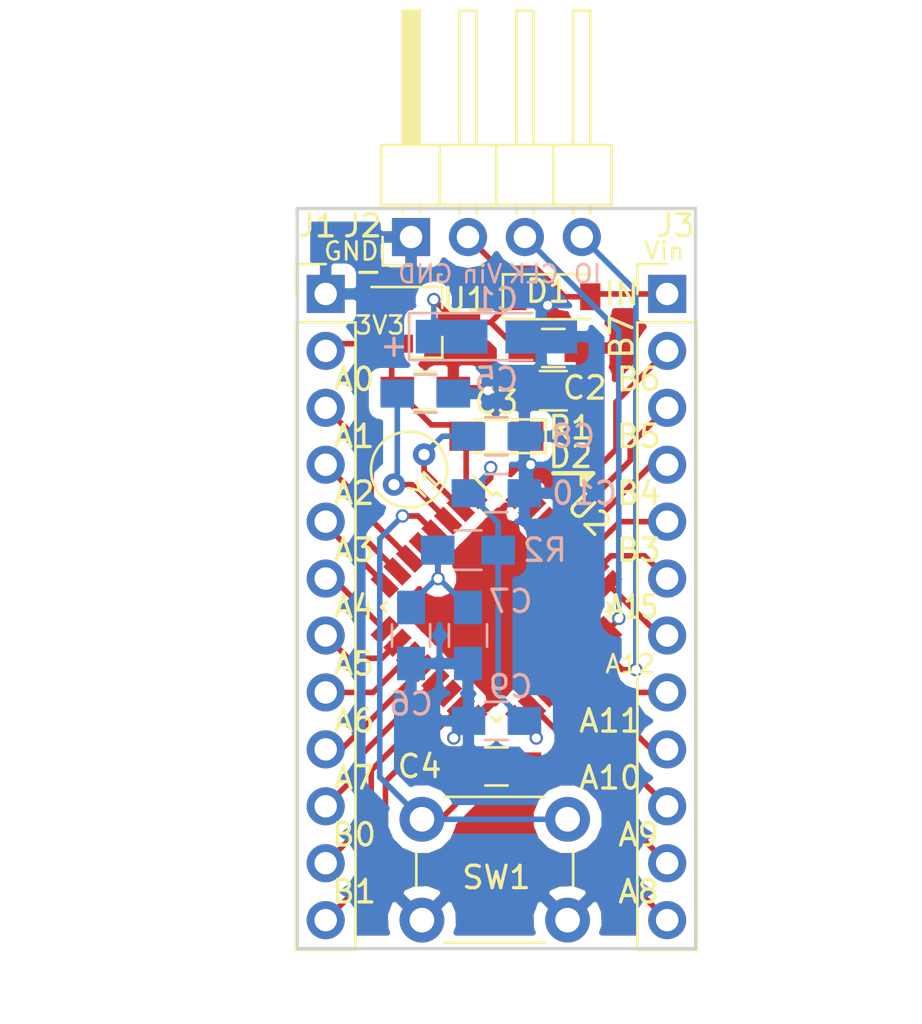
<source format=kicad_pcb>
(kicad_pcb (version 4) (host pcbnew 4.0.7-e2-6376~58~ubuntu16.04.1)

  (general
    (links 65)
    (no_connects 0)
    (area 191.104225 111.174999 230.031668 156.210001)
    (thickness 1.6)
    (drawings 39)
    (tracks 157)
    (zones 0)
    (modules 21)
    (nets 33)
  )

  (page A4)
  (layers
    (0 F.Cu signal)
    (31 B.Cu signal)
    (32 B.Adhes user)
    (33 F.Adhes user)
    (34 B.Paste user)
    (35 F.Paste user)
    (36 B.SilkS user)
    (37 F.SilkS user)
    (38 B.Mask user)
    (39 F.Mask user)
    (40 Dwgs.User user)
    (41 Cmts.User user)
    (42 Eco1.User user)
    (43 Eco2.User user)
    (44 Edge.Cuts user)
    (45 Margin user)
    (46 B.CrtYd user)
    (47 F.CrtYd user)
    (48 B.Fab user)
    (49 F.Fab user)
  )

  (setup
    (last_trace_width 0.25)
    (trace_clearance 0.17)
    (zone_clearance 0.508)
    (zone_45_only no)
    (trace_min 0)
    (segment_width 0.2)
    (edge_width 0.15)
    (via_size 0.6)
    (via_drill 0.4)
    (via_min_size 0.4)
    (via_min_drill 0.3)
    (uvia_size 0.3)
    (uvia_drill 0.1)
    (uvias_allowed no)
    (uvia_min_size 0.2)
    (uvia_min_drill 0.1)
    (pcb_text_width 0.15)
    (pcb_text_size 1 1)
    (mod_edge_width 0.15)
    (mod_text_size 1 1)
    (mod_text_width 0.15)
    (pad_size 1.524 1.524)
    (pad_drill 0.762)
    (pad_to_mask_clearance 0.102)
    (aux_axis_origin 0 0)
    (visible_elements FFFFFF7F)
    (pcbplotparams
      (layerselection 0x00030_80000001)
      (usegerberextensions false)
      (excludeedgelayer true)
      (linewidth 0.100000)
      (plotframeref false)
      (viasonmask false)
      (mode 1)
      (useauxorigin false)
      (hpglpennumber 1)
      (hpglpenspeed 20)
      (hpglpendiameter 15)
      (hpglpenoverlay 2)
      (psnegative false)
      (psa4output false)
      (plotreference true)
      (plotvalue true)
      (plotinvisibletext false)
      (padsonsilk false)
      (subtractmaskfromsilk false)
      (outputformat 1)
      (mirror false)
      (drillshape 1)
      (scaleselection 1)
      (outputdirectory ""))
  )

  (net 0 "")
  (net 1 "Net-(C1-Pad1)")
  (net 2 GND)
  (net 3 +3V3)
  (net 4 "Net-(C4-Pad1)")
  (net 5 "Net-(C5-Pad2)")
  (net 6 "Net-(C6-Pad1)")
  (net 7 "Net-(C8-Pad2)")
  (net 8 VPP)
  (net 9 "Net-(D2-Pad1)")
  (net 10 A0)
  (net 11 A1)
  (net 12 A2)
  (net 13 A3)
  (net 14 A4)
  (net 15 A5)
  (net 16 A6)
  (net 17 A7)
  (net 18 B0)
  (net 19 B1)
  (net 20 SWCLK)
  (net 21 SWDIO)
  (net 22 B7)
  (net 23 B6)
  (net 24 B5)
  (net 25 B4)
  (net 26 B3)
  (net 27 A15)
  (net 28 A12)
  (net 29 A11)
  (net 30 A10)
  (net 31 A9)
  (net 32 A8)

  (net_class Default "This is the default net class."
    (clearance 0.17)
    (trace_width 0.25)
    (via_dia 0.6)
    (via_drill 0.4)
    (uvia_dia 0.3)
    (uvia_drill 0.1)
    (add_net +3V3)
    (add_net A0)
    (add_net A1)
    (add_net A10)
    (add_net A11)
    (add_net A12)
    (add_net A15)
    (add_net A2)
    (add_net A3)
    (add_net A4)
    (add_net A5)
    (add_net A6)
    (add_net A7)
    (add_net A8)
    (add_net A9)
    (add_net B0)
    (add_net B1)
    (add_net B3)
    (add_net B4)
    (add_net B5)
    (add_net B6)
    (add_net B7)
    (add_net GND)
    (add_net "Net-(C1-Pad1)")
    (add_net "Net-(C4-Pad1)")
    (add_net "Net-(C5-Pad2)")
    (add_net "Net-(C6-Pad1)")
    (add_net "Net-(C8-Pad2)")
    (add_net "Net-(D2-Pad1)")
    (add_net SWCLK)
    (add_net SWDIO)
    (add_net VPP)
  )

  (module Capacitors_Tantalum_SMD:CP_Tantalum_Case-A_EIA-3216-18_Hand (layer B.Cu) (tedit 5AED4597) (tstamp 5AED2181)
    (at 213.36 126.365)
    (descr "Tantalum capacitor, Case A, EIA 3216-18, 3.2x1.6x1.6mm, Hand soldering footprint")
    (tags "capacitor tantalum smd")
    (path /5AEC0053)
    (attr smd)
    (fp_text reference C1 (at 0 -1.651) (layer B.SilkS)
      (effects (font (size 1 1) (thickness 0.15)) (justify mirror))
    )
    (fp_text value 10uF (at -11.43 -1.905) (layer B.Fab)
      (effects (font (size 1 1) (thickness 0.15)) (justify mirror))
    )
    (fp_text user %R (at 0 0) (layer B.Fab)
      (effects (font (size 0.7 0.7) (thickness 0.105)) (justify mirror))
    )
    (fp_line (start -4 1.2) (end -4 -1.2) (layer B.CrtYd) (width 0.05))
    (fp_line (start -4 -1.2) (end 4 -1.2) (layer B.CrtYd) (width 0.05))
    (fp_line (start 4 -1.2) (end 4 1.2) (layer B.CrtYd) (width 0.05))
    (fp_line (start 4 1.2) (end -4 1.2) (layer B.CrtYd) (width 0.05))
    (fp_line (start -1.6 0.8) (end -1.6 -0.8) (layer B.Fab) (width 0.1))
    (fp_line (start -1.6 -0.8) (end 1.6 -0.8) (layer B.Fab) (width 0.1))
    (fp_line (start 1.6 -0.8) (end 1.6 0.8) (layer B.Fab) (width 0.1))
    (fp_line (start 1.6 0.8) (end -1.6 0.8) (layer B.Fab) (width 0.1))
    (fp_line (start -1.28 0.8) (end -1.28 -0.8) (layer B.Fab) (width 0.1))
    (fp_line (start -1.12 0.8) (end -1.12 -0.8) (layer B.Fab) (width 0.1))
    (fp_line (start -3.9 1.05) (end 1.6 1.05) (layer B.SilkS) (width 0.12))
    (fp_line (start -3.9 -1.05) (end 1.6 -1.05) (layer B.SilkS) (width 0.12))
    (fp_line (start -3.9 1.05) (end -3.9 -1.05) (layer B.SilkS) (width 0.12))
    (pad 1 smd rect (at -2 0) (size 3.2 1.5) (layers B.Cu B.Paste B.Mask)
      (net 1 "Net-(C1-Pad1)"))
    (pad 2 smd rect (at 2 0) (size 3.2 1.5) (layers B.Cu B.Paste B.Mask)
      (net 2 GND))
    (model Capacitors_Tantalum_SMD.3dshapes/CP_Tantalum_Case-A_EIA-3216-18.wrl
      (at (xyz 0 0 0))
      (scale (xyz 1 1 1))
      (rotate (xyz 0 0 0))
    )
  )

  (module Capacitors_SMD:C_0805_HandSoldering (layer F.Cu) (tedit 5AED2C39) (tstamp 5AED2192)
    (at 215.9 126.873)
    (descr "Capacitor SMD 0805, hand soldering")
    (tags "capacitor 0805")
    (path /5AEC0034)
    (attr smd)
    (fp_text reference C2 (at 1.397 1.778) (layer F.SilkS)
      (effects (font (size 1 1) (thickness 0.15)))
    )
    (fp_text value 4.7uF (at 10.16 -0.254) (layer F.Fab)
      (effects (font (size 1 1) (thickness 0.15)))
    )
    (fp_text user %R (at 14.478 -0.254) (layer F.Fab)
      (effects (font (size 1 1) (thickness 0.15)))
    )
    (fp_line (start -1 0.62) (end -1 -0.62) (layer F.Fab) (width 0.1))
    (fp_line (start 1 0.62) (end -1 0.62) (layer F.Fab) (width 0.1))
    (fp_line (start 1 -0.62) (end 1 0.62) (layer F.Fab) (width 0.1))
    (fp_line (start -1 -0.62) (end 1 -0.62) (layer F.Fab) (width 0.1))
    (fp_line (start 0.5 -0.85) (end -0.5 -0.85) (layer F.SilkS) (width 0.12))
    (fp_line (start -0.5 0.85) (end 0.5 0.85) (layer F.SilkS) (width 0.12))
    (fp_line (start -2.25 -0.88) (end 2.25 -0.88) (layer F.CrtYd) (width 0.05))
    (fp_line (start -2.25 -0.88) (end -2.25 0.87) (layer F.CrtYd) (width 0.05))
    (fp_line (start 2.25 0.87) (end 2.25 -0.88) (layer F.CrtYd) (width 0.05))
    (fp_line (start 2.25 0.87) (end -2.25 0.87) (layer F.CrtYd) (width 0.05))
    (pad 1 smd rect (at -1.25 0) (size 1.5 1.25) (layers F.Cu F.Paste F.Mask)
      (net 1 "Net-(C1-Pad1)"))
    (pad 2 smd rect (at 1.25 0) (size 1.5 1.25) (layers F.Cu F.Paste F.Mask)
      (net 2 GND))
    (model Capacitors_SMD.3dshapes/C_0805.wrl
      (at (xyz 0 0 0))
      (scale (xyz 1 1 1))
      (rotate (xyz 0 0 0))
    )
  )

  (module Capacitors_SMD:C_0805_HandSoldering (layer F.Cu) (tedit 5AED2C24) (tstamp 5AED21A3)
    (at 210.185 128.778)
    (descr "Capacitor SMD 0805, hand soldering")
    (tags "capacitor 0805")
    (path /5AEBFFE1)
    (attr smd)
    (fp_text reference C3 (at 3.175 0.508) (layer F.SilkS)
      (effects (font (size 1 1) (thickness 0.15)))
    )
    (fp_text value 4.7uF (at -9.525 0.381) (layer F.Fab)
      (effects (font (size 1 1) (thickness 0.15)))
    )
    (fp_text user %R (at -13.081 0.381) (layer F.Fab)
      (effects (font (size 1 1) (thickness 0.15)))
    )
    (fp_line (start -1 0.62) (end -1 -0.62) (layer F.Fab) (width 0.1))
    (fp_line (start 1 0.62) (end -1 0.62) (layer F.Fab) (width 0.1))
    (fp_line (start 1 -0.62) (end 1 0.62) (layer F.Fab) (width 0.1))
    (fp_line (start -1 -0.62) (end 1 -0.62) (layer F.Fab) (width 0.1))
    (fp_line (start 0.5 -0.85) (end -0.5 -0.85) (layer F.SilkS) (width 0.12))
    (fp_line (start -0.5 0.85) (end 0.5 0.85) (layer F.SilkS) (width 0.12))
    (fp_line (start -2.25 -0.88) (end 2.25 -0.88) (layer F.CrtYd) (width 0.05))
    (fp_line (start -2.25 -0.88) (end -2.25 0.87) (layer F.CrtYd) (width 0.05))
    (fp_line (start 2.25 0.87) (end 2.25 -0.88) (layer F.CrtYd) (width 0.05))
    (fp_line (start 2.25 0.87) (end -2.25 0.87) (layer F.CrtYd) (width 0.05))
    (pad 1 smd rect (at -1.25 0) (size 1.5 1.25) (layers F.Cu F.Paste F.Mask)
      (net 3 +3V3))
    (pad 2 smd rect (at 1.25 0) (size 1.5 1.25) (layers F.Cu F.Paste F.Mask)
      (net 2 GND))
    (model Capacitors_SMD.3dshapes/C_0805.wrl
      (at (xyz 0 0 0))
      (scale (xyz 1 1 1))
      (rotate (xyz 0 0 0))
    )
  )

  (module Capacitors_SMD:C_0805_HandSoldering (layer F.Cu) (tedit 5AED4394) (tstamp 5AED21B4)
    (at 213.36 145.542)
    (descr "Capacitor SMD 0805, hand soldering")
    (tags "capacitor 0805")
    (path /5AEC2686)
    (attr smd)
    (fp_text reference C4 (at -3.429 0) (layer F.SilkS)
      (effects (font (size 1 1) (thickness 0.15)))
    )
    (fp_text value 100nF (at -12.065 -0.127) (layer F.Fab)
      (effects (font (size 1 1) (thickness 0.15)))
    )
    (fp_text user %R (at -16.51 -0.127) (layer F.Fab)
      (effects (font (size 1 1) (thickness 0.15)))
    )
    (fp_line (start -1 0.62) (end -1 -0.62) (layer F.Fab) (width 0.1))
    (fp_line (start 1 0.62) (end -1 0.62) (layer F.Fab) (width 0.1))
    (fp_line (start 1 -0.62) (end 1 0.62) (layer F.Fab) (width 0.1))
    (fp_line (start -1 -0.62) (end 1 -0.62) (layer F.Fab) (width 0.1))
    (fp_line (start 0.5 -0.85) (end -0.5 -0.85) (layer F.SilkS) (width 0.12))
    (fp_line (start -0.5 0.85) (end 0.5 0.85) (layer F.SilkS) (width 0.12))
    (fp_line (start -2.25 -0.88) (end 2.25 -0.88) (layer F.CrtYd) (width 0.05))
    (fp_line (start -2.25 -0.88) (end -2.25 0.87) (layer F.CrtYd) (width 0.05))
    (fp_line (start 2.25 0.87) (end 2.25 -0.88) (layer F.CrtYd) (width 0.05))
    (fp_line (start 2.25 0.87) (end -2.25 0.87) (layer F.CrtYd) (width 0.05))
    (pad 1 smd rect (at -1.25 0) (size 1.5 1.25) (layers F.Cu F.Paste F.Mask)
      (net 4 "Net-(C4-Pad1)"))
    (pad 2 smd rect (at 1.25 0) (size 1.5 1.25) (layers F.Cu F.Paste F.Mask)
      (net 2 GND))
    (model Capacitors_SMD.3dshapes/C_0805.wrl
      (at (xyz 0 0 0))
      (scale (xyz 1 1 1))
      (rotate (xyz 0 0 0))
    )
  )

  (module Capacitors_SMD:C_0805_HandSoldering (layer B.Cu) (tedit 5AED38F2) (tstamp 5AED21C5)
    (at 210.185 128.905 180)
    (descr "Capacitor SMD 0805, hand soldering")
    (tags "capacitor 0805")
    (path /5AEC2153)
    (attr smd)
    (fp_text reference C5 (at -3.175 0.635 180) (layer B.SilkS)
      (effects (font (size 1 1) (thickness 0.15)) (justify mirror))
    )
    (fp_text value 20pF (at 8.255 1.27 180) (layer B.Fab)
      (effects (font (size 1 1) (thickness 0.15)) (justify mirror))
    )
    (fp_text user %R (at 11.176 1.27 180) (layer B.Fab)
      (effects (font (size 1 1) (thickness 0.15)) (justify mirror))
    )
    (fp_line (start -1 -0.62) (end -1 0.62) (layer B.Fab) (width 0.1))
    (fp_line (start 1 -0.62) (end -1 -0.62) (layer B.Fab) (width 0.1))
    (fp_line (start 1 0.62) (end 1 -0.62) (layer B.Fab) (width 0.1))
    (fp_line (start -1 0.62) (end 1 0.62) (layer B.Fab) (width 0.1))
    (fp_line (start 0.5 0.85) (end -0.5 0.85) (layer B.SilkS) (width 0.12))
    (fp_line (start -0.5 -0.85) (end 0.5 -0.85) (layer B.SilkS) (width 0.12))
    (fp_line (start -2.25 0.88) (end 2.25 0.88) (layer B.CrtYd) (width 0.05))
    (fp_line (start -2.25 0.88) (end -2.25 -0.87) (layer B.CrtYd) (width 0.05))
    (fp_line (start 2.25 -0.87) (end 2.25 0.88) (layer B.CrtYd) (width 0.05))
    (fp_line (start 2.25 -0.87) (end -2.25 -0.87) (layer B.CrtYd) (width 0.05))
    (pad 1 smd rect (at -1.25 0 180) (size 1.5 1.25) (layers B.Cu B.Paste B.Mask)
      (net 2 GND))
    (pad 2 smd rect (at 1.25 0 180) (size 1.5 1.25) (layers B.Cu B.Paste B.Mask)
      (net 5 "Net-(C5-Pad2)"))
    (model Capacitors_SMD.3dshapes/C_0805.wrl
      (at (xyz 0 0 0))
      (scale (xyz 1 1 1))
      (rotate (xyz 0 0 0))
    )
  )

  (module Capacitors_SMD:C_0805_HandSoldering (layer B.Cu) (tedit 5AED318A) (tstamp 5AED21D6)
    (at 209.55 139.7 270)
    (descr "Capacitor SMD 0805, hand soldering")
    (tags "capacitor 0805")
    (path /5AEC0D57)
    (attr smd)
    (fp_text reference C6 (at 3.048 0 360) (layer B.SilkS)
      (effects (font (size 1 1) (thickness 0.15)) (justify mirror))
    )
    (fp_text value 10nF (at 0 8.89 270) (layer B.Fab)
      (effects (font (size 1 1) (thickness 0.15)) (justify mirror))
    )
    (fp_text user %R (at 3.048 8.89 270) (layer B.Fab)
      (effects (font (size 1 1) (thickness 0.15)) (justify mirror))
    )
    (fp_line (start -1 -0.62) (end -1 0.62) (layer B.Fab) (width 0.1))
    (fp_line (start 1 -0.62) (end -1 -0.62) (layer B.Fab) (width 0.1))
    (fp_line (start 1 0.62) (end 1 -0.62) (layer B.Fab) (width 0.1))
    (fp_line (start -1 0.62) (end 1 0.62) (layer B.Fab) (width 0.1))
    (fp_line (start 0.5 0.85) (end -0.5 0.85) (layer B.SilkS) (width 0.12))
    (fp_line (start -0.5 -0.85) (end 0.5 -0.85) (layer B.SilkS) (width 0.12))
    (fp_line (start -2.25 0.88) (end 2.25 0.88) (layer B.CrtYd) (width 0.05))
    (fp_line (start -2.25 0.88) (end -2.25 -0.87) (layer B.CrtYd) (width 0.05))
    (fp_line (start 2.25 -0.87) (end 2.25 0.88) (layer B.CrtYd) (width 0.05))
    (fp_line (start 2.25 -0.87) (end -2.25 -0.87) (layer B.CrtYd) (width 0.05))
    (pad 1 smd rect (at -1.25 0 270) (size 1.5 1.25) (layers B.Cu B.Paste B.Mask)
      (net 6 "Net-(C6-Pad1)"))
    (pad 2 smd rect (at 1.25 0 270) (size 1.5 1.25) (layers B.Cu B.Paste B.Mask)
      (net 2 GND))
    (model Capacitors_SMD.3dshapes/C_0805.wrl
      (at (xyz 0 0 0))
      (scale (xyz 1 1 1))
      (rotate (xyz 0 0 0))
    )
  )

  (module Capacitors_SMD:C_0805_HandSoldering (layer B.Cu) (tedit 5AED3195) (tstamp 5AED21E7)
    (at 212.09 139.7 270)
    (descr "Capacitor SMD 0805, hand soldering")
    (tags "capacitor 0805")
    (path /5AEC0CB5)
    (attr smd)
    (fp_text reference C7 (at -1.524 -1.905 360) (layer B.SilkS)
      (effects (font (size 1 1) (thickness 0.15)) (justify mirror))
    )
    (fp_text value 1uF (at 0 9.525 270) (layer B.Fab)
      (effects (font (size 1 1) (thickness 0.15)) (justify mirror))
    )
    (fp_text user %R (at 2.667 9.525 270) (layer B.Fab)
      (effects (font (size 1 1) (thickness 0.15)) (justify mirror))
    )
    (fp_line (start -1 -0.62) (end -1 0.62) (layer B.Fab) (width 0.1))
    (fp_line (start 1 -0.62) (end -1 -0.62) (layer B.Fab) (width 0.1))
    (fp_line (start 1 0.62) (end 1 -0.62) (layer B.Fab) (width 0.1))
    (fp_line (start -1 0.62) (end 1 0.62) (layer B.Fab) (width 0.1))
    (fp_line (start 0.5 0.85) (end -0.5 0.85) (layer B.SilkS) (width 0.12))
    (fp_line (start -0.5 -0.85) (end 0.5 -0.85) (layer B.SilkS) (width 0.12))
    (fp_line (start -2.25 0.88) (end 2.25 0.88) (layer B.CrtYd) (width 0.05))
    (fp_line (start -2.25 0.88) (end -2.25 -0.87) (layer B.CrtYd) (width 0.05))
    (fp_line (start 2.25 -0.87) (end 2.25 0.88) (layer B.CrtYd) (width 0.05))
    (fp_line (start 2.25 -0.87) (end -2.25 -0.87) (layer B.CrtYd) (width 0.05))
    (pad 1 smd rect (at -1.25 0 270) (size 1.5 1.25) (layers B.Cu B.Paste B.Mask)
      (net 6 "Net-(C6-Pad1)"))
    (pad 2 smd rect (at 1.25 0 270) (size 1.5 1.25) (layers B.Cu B.Paste B.Mask)
      (net 2 GND))
    (model Capacitors_SMD.3dshapes/C_0805.wrl
      (at (xyz 0 0 0))
      (scale (xyz 1 1 1))
      (rotate (xyz 0 0 0))
    )
  )

  (module Capacitors_SMD:C_0805_HandSoldering (layer B.Cu) (tedit 5AED38E3) (tstamp 5AED21F8)
    (at 213.36 130.81 180)
    (descr "Capacitor SMD 0805, hand soldering")
    (tags "capacitor 0805")
    (path /5AEC20E2)
    (attr smd)
    (fp_text reference C8 (at -3.429 0 180) (layer B.SilkS)
      (effects (font (size 1 1) (thickness 0.15)) (justify mirror))
    )
    (fp_text value 20pF (at 11.303 0.381 180) (layer B.Fab)
      (effects (font (size 1 1) (thickness 0.15)) (justify mirror))
    )
    (fp_text user %R (at 14.224 0.254 180) (layer B.Fab)
      (effects (font (size 1 1) (thickness 0.15)) (justify mirror))
    )
    (fp_line (start -1 -0.62) (end -1 0.62) (layer B.Fab) (width 0.1))
    (fp_line (start 1 -0.62) (end -1 -0.62) (layer B.Fab) (width 0.1))
    (fp_line (start 1 0.62) (end 1 -0.62) (layer B.Fab) (width 0.1))
    (fp_line (start -1 0.62) (end 1 0.62) (layer B.Fab) (width 0.1))
    (fp_line (start 0.5 0.85) (end -0.5 0.85) (layer B.SilkS) (width 0.12))
    (fp_line (start -0.5 -0.85) (end 0.5 -0.85) (layer B.SilkS) (width 0.12))
    (fp_line (start -2.25 0.88) (end 2.25 0.88) (layer B.CrtYd) (width 0.05))
    (fp_line (start -2.25 0.88) (end -2.25 -0.87) (layer B.CrtYd) (width 0.05))
    (fp_line (start 2.25 -0.87) (end 2.25 0.88) (layer B.CrtYd) (width 0.05))
    (fp_line (start 2.25 -0.87) (end -2.25 -0.87) (layer B.CrtYd) (width 0.05))
    (pad 1 smd rect (at -1.25 0 180) (size 1.5 1.25) (layers B.Cu B.Paste B.Mask)
      (net 2 GND))
    (pad 2 smd rect (at 1.25 0 180) (size 1.5 1.25) (layers B.Cu B.Paste B.Mask)
      (net 7 "Net-(C8-Pad2)"))
    (model Capacitors_SMD.3dshapes/C_0805.wrl
      (at (xyz 0 0 0))
      (scale (xyz 1 1 1))
      (rotate (xyz 0 0 0))
    )
  )

  (module Capacitors_SMD:C_0805_HandSoldering (layer B.Cu) (tedit 5AED3172) (tstamp 5AED2209)
    (at 213.36 143.51)
    (descr "Capacitor SMD 0805, hand soldering")
    (tags "capacitor 0805")
    (path /5AEC096A)
    (attr smd)
    (fp_text reference C9 (at 0.635 -1.524) (layer B.SilkS)
      (effects (font (size 1 1) (thickness 0.15)) (justify mirror))
    )
    (fp_text value 100nF (at 12.7 0) (layer B.Fab)
      (effects (font (size 1 1) (thickness 0.15)) (justify mirror))
    )
    (fp_text user %R (at 17.145 0) (layer B.Fab)
      (effects (font (size 1 1) (thickness 0.15)) (justify mirror))
    )
    (fp_line (start -1 -0.62) (end -1 0.62) (layer B.Fab) (width 0.1))
    (fp_line (start 1 -0.62) (end -1 -0.62) (layer B.Fab) (width 0.1))
    (fp_line (start 1 0.62) (end 1 -0.62) (layer B.Fab) (width 0.1))
    (fp_line (start -1 0.62) (end 1 0.62) (layer B.Fab) (width 0.1))
    (fp_line (start 0.5 0.85) (end -0.5 0.85) (layer B.SilkS) (width 0.12))
    (fp_line (start -0.5 -0.85) (end 0.5 -0.85) (layer B.SilkS) (width 0.12))
    (fp_line (start -2.25 0.88) (end 2.25 0.88) (layer B.CrtYd) (width 0.05))
    (fp_line (start -2.25 0.88) (end -2.25 -0.87) (layer B.CrtYd) (width 0.05))
    (fp_line (start 2.25 -0.87) (end 2.25 0.88) (layer B.CrtYd) (width 0.05))
    (fp_line (start 2.25 -0.87) (end -2.25 -0.87) (layer B.CrtYd) (width 0.05))
    (pad 1 smd rect (at -1.25 0) (size 1.5 1.25) (layers B.Cu B.Paste B.Mask)
      (net 2 GND))
    (pad 2 smd rect (at 1.25 0) (size 1.5 1.25) (layers B.Cu B.Paste B.Mask)
      (net 3 +3V3))
    (model Capacitors_SMD.3dshapes/C_0805.wrl
      (at (xyz 0 0 0))
      (scale (xyz 1 1 1))
      (rotate (xyz 0 0 0))
    )
  )

  (module Capacitors_SMD:C_0805_HandSoldering (layer B.Cu) (tedit 5AED3168) (tstamp 5AED221A)
    (at 213.36 133.35)
    (descr "Capacitor SMD 0805, hand soldering")
    (tags "capacitor 0805")
    (path /5AEC0A1A)
    (attr smd)
    (fp_text reference C10 (at 3.937 0) (layer B.SilkS)
      (effects (font (size 1 1) (thickness 0.15)) (justify mirror))
    )
    (fp_text value 100nF (at 12.065 0) (layer B.Fab)
      (effects (font (size 1 1) (thickness 0.15)) (justify mirror))
    )
    (fp_text user %R (at 17.145 0) (layer B.Fab)
      (effects (font (size 1 1) (thickness 0.15)) (justify mirror))
    )
    (fp_line (start -1 -0.62) (end -1 0.62) (layer B.Fab) (width 0.1))
    (fp_line (start 1 -0.62) (end -1 -0.62) (layer B.Fab) (width 0.1))
    (fp_line (start 1 0.62) (end 1 -0.62) (layer B.Fab) (width 0.1))
    (fp_line (start -1 0.62) (end 1 0.62) (layer B.Fab) (width 0.1))
    (fp_line (start 0.5 0.85) (end -0.5 0.85) (layer B.SilkS) (width 0.12))
    (fp_line (start -0.5 -0.85) (end 0.5 -0.85) (layer B.SilkS) (width 0.12))
    (fp_line (start -2.25 0.88) (end 2.25 0.88) (layer B.CrtYd) (width 0.05))
    (fp_line (start -2.25 0.88) (end -2.25 -0.87) (layer B.CrtYd) (width 0.05))
    (fp_line (start 2.25 -0.87) (end 2.25 0.88) (layer B.CrtYd) (width 0.05))
    (fp_line (start 2.25 -0.87) (end -2.25 -0.87) (layer B.CrtYd) (width 0.05))
    (pad 1 smd rect (at -1.25 0) (size 1.5 1.25) (layers B.Cu B.Paste B.Mask)
      (net 3 +3V3))
    (pad 2 smd rect (at 1.25 0) (size 1.5 1.25) (layers B.Cu B.Paste B.Mask)
      (net 2 GND))
    (model Capacitors_SMD.3dshapes/C_0805.wrl
      (at (xyz 0 0 0))
      (scale (xyz 1 1 1))
      (rotate (xyz 0 0 0))
    )
  )

  (module Diodes_SMD:D_SOD-123 (layer F.Cu) (tedit 5AED44CC) (tstamp 5AED2233)
    (at 215.9 124.587)
    (descr SOD-123)
    (tags SOD-123)
    (path /5AEC0283)
    (attr smd)
    (fp_text reference D1 (at -0.254 -0.254) (layer F.SilkS)
      (effects (font (size 1 1) (thickness 0.15)))
    )
    (fp_text value Schottky (at 10.795 0) (layer F.Fab)
      (effects (font (size 1 1) (thickness 0.15)))
    )
    (fp_text user %R (at 15.367 0) (layer F.Fab)
      (effects (font (size 1 1) (thickness 0.15)))
    )
    (fp_line (start -2.25 -1) (end -2.25 1) (layer F.SilkS) (width 0.12))
    (fp_line (start 0.25 0) (end 0.75 0) (layer F.Fab) (width 0.1))
    (fp_line (start 0.25 0.4) (end -0.35 0) (layer F.Fab) (width 0.1))
    (fp_line (start 0.25 -0.4) (end 0.25 0.4) (layer F.Fab) (width 0.1))
    (fp_line (start -0.35 0) (end 0.25 -0.4) (layer F.Fab) (width 0.1))
    (fp_line (start -0.35 0) (end -0.35 0.55) (layer F.Fab) (width 0.1))
    (fp_line (start -0.35 0) (end -0.35 -0.55) (layer F.Fab) (width 0.1))
    (fp_line (start -0.75 0) (end -0.35 0) (layer F.Fab) (width 0.1))
    (fp_line (start -1.4 0.9) (end -1.4 -0.9) (layer F.Fab) (width 0.1))
    (fp_line (start 1.4 0.9) (end -1.4 0.9) (layer F.Fab) (width 0.1))
    (fp_line (start 1.4 -0.9) (end 1.4 0.9) (layer F.Fab) (width 0.1))
    (fp_line (start -1.4 -0.9) (end 1.4 -0.9) (layer F.Fab) (width 0.1))
    (fp_line (start -2.35 -1.15) (end 2.35 -1.15) (layer F.CrtYd) (width 0.05))
    (fp_line (start 2.35 -1.15) (end 2.35 1.15) (layer F.CrtYd) (width 0.05))
    (fp_line (start 2.35 1.15) (end -2.35 1.15) (layer F.CrtYd) (width 0.05))
    (fp_line (start -2.35 -1.15) (end -2.35 1.15) (layer F.CrtYd) (width 0.05))
    (fp_line (start -2.25 1) (end 1.65 1) (layer F.SilkS) (width 0.12))
    (fp_line (start -2.25 -1) (end 1.65 -1) (layer F.SilkS) (width 0.12))
    (pad 1 smd rect (at -1.65 0) (size 0.9 1.2) (layers F.Cu F.Paste F.Mask)
      (net 1 "Net-(C1-Pad1)"))
    (pad 2 smd rect (at 1.65 0) (size 0.9 1.2) (layers F.Cu F.Paste F.Mask)
      (net 8 VPP))
    (model ${KISYS3DMOD}/Diodes_SMD.3dshapes/D_SOD-123.wrl
      (at (xyz 0 0 0))
      (scale (xyz 1 1 1))
      (rotate (xyz 0 0 0))
    )
  )

  (module LEDs:LED_0805_HandSoldering (layer F.Cu) (tedit 5AED4543) (tstamp 5AED2248)
    (at 213.36 130.81 180)
    (descr "Resistor SMD 0805, hand soldering")
    (tags "resistor 0805")
    (path /5AEC049C)
    (attr smd)
    (fp_text reference D2 (at -3.302 -0.889 180) (layer F.SilkS)
      (effects (font (size 1 1) (thickness 0.15)))
    )
    (fp_text value Power_On? (at 13.335 -1.397 180) (layer F.Fab)
      (effects (font (size 1 1) (thickness 0.15)))
    )
    (fp_line (start -0.4 -0.4) (end -0.4 0.4) (layer F.Fab) (width 0.1))
    (fp_line (start -0.4 0) (end 0.2 -0.4) (layer F.Fab) (width 0.1))
    (fp_line (start 0.2 0.4) (end -0.4 0) (layer F.Fab) (width 0.1))
    (fp_line (start 0.2 -0.4) (end 0.2 0.4) (layer F.Fab) (width 0.1))
    (fp_line (start -1 0.62) (end -1 -0.62) (layer F.Fab) (width 0.1))
    (fp_line (start 1 0.62) (end -1 0.62) (layer F.Fab) (width 0.1))
    (fp_line (start 1 -0.62) (end 1 0.62) (layer F.Fab) (width 0.1))
    (fp_line (start -1 -0.62) (end 1 -0.62) (layer F.Fab) (width 0.1))
    (fp_line (start 1 0.75) (end -2.2 0.75) (layer F.SilkS) (width 0.12))
    (fp_line (start -2.2 -0.75) (end 1 -0.75) (layer F.SilkS) (width 0.12))
    (fp_line (start -2.35 -0.9) (end 2.35 -0.9) (layer F.CrtYd) (width 0.05))
    (fp_line (start -2.35 -0.9) (end -2.35 0.9) (layer F.CrtYd) (width 0.05))
    (fp_line (start 2.35 0.9) (end 2.35 -0.9) (layer F.CrtYd) (width 0.05))
    (fp_line (start 2.35 0.9) (end -2.35 0.9) (layer F.CrtYd) (width 0.05))
    (fp_line (start -2.2 -0.75) (end -2.2 0.75) (layer F.SilkS) (width 0.12))
    (pad 1 smd rect (at -1.35 0 180) (size 1.5 1.3) (layers F.Cu F.Paste F.Mask)
      (net 9 "Net-(D2-Pad1)"))
    (pad 2 smd rect (at 1.35 0 180) (size 1.5 1.3) (layers F.Cu F.Paste F.Mask)
      (net 3 +3V3))
    (model ${KISYS3DMOD}/LEDs.3dshapes/LED_0805.wrl
      (at (xyz 0 0 0))
      (scale (xyz 1 1 1))
      (rotate (xyz 0 0 0))
    )
  )

  (module Pin_Headers:Pin_Header_Straight_1x12_Pitch2.54mm (layer F.Cu) (tedit 5AED4196) (tstamp 5AED2268)
    (at 205.74 124.46)
    (descr "Through hole straight pin header, 1x12, 2.54mm pitch, single row")
    (tags "Through hole pin header THT 1x12 2.54mm single row")
    (path /5AEC3CE8)
    (fp_text reference J1 (at -0.381 -3.048) (layer F.SilkS)
      (effects (font (size 1 1) (thickness 0.15)))
    )
    (fp_text value GPIO1 (at 0 30.27) (layer F.Fab)
      (effects (font (size 1 1) (thickness 0.15)))
    )
    (fp_line (start -0.635 -1.27) (end 1.27 -1.27) (layer F.Fab) (width 0.1))
    (fp_line (start 1.27 -1.27) (end 1.27 29.21) (layer F.Fab) (width 0.1))
    (fp_line (start 1.27 29.21) (end -1.27 29.21) (layer F.Fab) (width 0.1))
    (fp_line (start -1.27 29.21) (end -1.27 -0.635) (layer F.Fab) (width 0.1))
    (fp_line (start -1.27 -0.635) (end -0.635 -1.27) (layer F.Fab) (width 0.1))
    (fp_line (start -1.33 29.27) (end 1.33 29.27) (layer F.SilkS) (width 0.12))
    (fp_line (start -1.33 1.27) (end -1.33 29.27) (layer F.SilkS) (width 0.12))
    (fp_line (start 1.33 1.27) (end 1.33 29.27) (layer F.SilkS) (width 0.12))
    (fp_line (start -1.33 1.27) (end 1.33 1.27) (layer F.SilkS) (width 0.12))
    (fp_line (start -1.33 0) (end -1.33 -1.33) (layer F.SilkS) (width 0.12))
    (fp_line (start -1.33 -1.33) (end 0 -1.33) (layer F.SilkS) (width 0.12))
    (fp_line (start -1.8 -1.8) (end -1.8 29.75) (layer F.CrtYd) (width 0.05))
    (fp_line (start -1.8 29.75) (end 1.8 29.75) (layer F.CrtYd) (width 0.05))
    (fp_line (start 1.8 29.75) (end 1.8 -1.8) (layer F.CrtYd) (width 0.05))
    (fp_line (start 1.8 -1.8) (end -1.8 -1.8) (layer F.CrtYd) (width 0.05))
    (fp_text user %R (at 0 13.97 90) (layer F.Fab)
      (effects (font (size 1 1) (thickness 0.15)))
    )
    (pad 1 thru_hole rect (at 0 0) (size 1.7 1.7) (drill 1) (layers *.Cu *.Mask)
      (net 2 GND))
    (pad 2 thru_hole oval (at 0 2.54) (size 1.7 1.7) (drill 1) (layers *.Cu *.Mask)
      (net 3 +3V3))
    (pad 3 thru_hole oval (at 0 5.08) (size 1.7 1.7) (drill 1) (layers *.Cu *.Mask)
      (net 10 A0))
    (pad 4 thru_hole oval (at 0 7.62) (size 1.7 1.7) (drill 1) (layers *.Cu *.Mask)
      (net 11 A1))
    (pad 5 thru_hole oval (at 0 10.16) (size 1.7 1.7) (drill 1) (layers *.Cu *.Mask)
      (net 12 A2))
    (pad 6 thru_hole oval (at 0 12.7) (size 1.7 1.7) (drill 1) (layers *.Cu *.Mask)
      (net 13 A3))
    (pad 7 thru_hole oval (at 0 15.24) (size 1.7 1.7) (drill 1) (layers *.Cu *.Mask)
      (net 14 A4))
    (pad 8 thru_hole oval (at 0 17.78) (size 1.7 1.7) (drill 1) (layers *.Cu *.Mask)
      (net 15 A5))
    (pad 9 thru_hole oval (at 0 20.32) (size 1.7 1.7) (drill 1) (layers *.Cu *.Mask)
      (net 16 A6))
    (pad 10 thru_hole oval (at 0 22.86) (size 1.7 1.7) (drill 1) (layers *.Cu *.Mask)
      (net 17 A7))
    (pad 11 thru_hole oval (at 0 25.4) (size 1.7 1.7) (drill 1) (layers *.Cu *.Mask)
      (net 18 B0))
    (pad 12 thru_hole oval (at 0 27.94) (size 1.7 1.7) (drill 1) (layers *.Cu *.Mask)
      (net 19 B1))
    (model ${KISYS3DMOD}/Pin_Headers.3dshapes/Pin_Header_Straight_1x12_Pitch2.54mm.wrl
      (at (xyz 0 0 0))
      (scale (xyz 1 1 1))
      (rotate (xyz 0 0 0))
    )
  )

  (module Pin_Headers:Pin_Header_Angled_1x04_Pitch2.54mm (layer F.Cu) (tedit 5AED2C55) (tstamp 5AED22B5)
    (at 209.55 121.92 90)
    (descr "Through hole angled pin header, 1x04, 2.54mm pitch, 6mm pin length, single row")
    (tags "Through hole angled pin header THT 1x04 2.54mm single row")
    (path /5AEC3C6F)
    (fp_text reference J2 (at 0.508 -2.159 180) (layer F.SilkS)
      (effects (font (size 1 1) (thickness 0.15)))
    )
    (fp_text value Prog (at 4.385 9.89 90) (layer F.Fab)
      (effects (font (size 1 1) (thickness 0.15)))
    )
    (fp_line (start 2.135 -1.27) (end 4.04 -1.27) (layer F.Fab) (width 0.1))
    (fp_line (start 4.04 -1.27) (end 4.04 8.89) (layer F.Fab) (width 0.1))
    (fp_line (start 4.04 8.89) (end 1.5 8.89) (layer F.Fab) (width 0.1))
    (fp_line (start 1.5 8.89) (end 1.5 -0.635) (layer F.Fab) (width 0.1))
    (fp_line (start 1.5 -0.635) (end 2.135 -1.27) (layer F.Fab) (width 0.1))
    (fp_line (start -0.32 -0.32) (end 1.5 -0.32) (layer F.Fab) (width 0.1))
    (fp_line (start -0.32 -0.32) (end -0.32 0.32) (layer F.Fab) (width 0.1))
    (fp_line (start -0.32 0.32) (end 1.5 0.32) (layer F.Fab) (width 0.1))
    (fp_line (start 4.04 -0.32) (end 10.04 -0.32) (layer F.Fab) (width 0.1))
    (fp_line (start 10.04 -0.32) (end 10.04 0.32) (layer F.Fab) (width 0.1))
    (fp_line (start 4.04 0.32) (end 10.04 0.32) (layer F.Fab) (width 0.1))
    (fp_line (start -0.32 2.22) (end 1.5 2.22) (layer F.Fab) (width 0.1))
    (fp_line (start -0.32 2.22) (end -0.32 2.86) (layer F.Fab) (width 0.1))
    (fp_line (start -0.32 2.86) (end 1.5 2.86) (layer F.Fab) (width 0.1))
    (fp_line (start 4.04 2.22) (end 10.04 2.22) (layer F.Fab) (width 0.1))
    (fp_line (start 10.04 2.22) (end 10.04 2.86) (layer F.Fab) (width 0.1))
    (fp_line (start 4.04 2.86) (end 10.04 2.86) (layer F.Fab) (width 0.1))
    (fp_line (start -0.32 4.76) (end 1.5 4.76) (layer F.Fab) (width 0.1))
    (fp_line (start -0.32 4.76) (end -0.32 5.4) (layer F.Fab) (width 0.1))
    (fp_line (start -0.32 5.4) (end 1.5 5.4) (layer F.Fab) (width 0.1))
    (fp_line (start 4.04 4.76) (end 10.04 4.76) (layer F.Fab) (width 0.1))
    (fp_line (start 10.04 4.76) (end 10.04 5.4) (layer F.Fab) (width 0.1))
    (fp_line (start 4.04 5.4) (end 10.04 5.4) (layer F.Fab) (width 0.1))
    (fp_line (start -0.32 7.3) (end 1.5 7.3) (layer F.Fab) (width 0.1))
    (fp_line (start -0.32 7.3) (end -0.32 7.94) (layer F.Fab) (width 0.1))
    (fp_line (start -0.32 7.94) (end 1.5 7.94) (layer F.Fab) (width 0.1))
    (fp_line (start 4.04 7.3) (end 10.04 7.3) (layer F.Fab) (width 0.1))
    (fp_line (start 10.04 7.3) (end 10.04 7.94) (layer F.Fab) (width 0.1))
    (fp_line (start 4.04 7.94) (end 10.04 7.94) (layer F.Fab) (width 0.1))
    (fp_line (start 1.44 -1.33) (end 1.44 8.95) (layer F.SilkS) (width 0.12))
    (fp_line (start 1.44 8.95) (end 4.1 8.95) (layer F.SilkS) (width 0.12))
    (fp_line (start 4.1 8.95) (end 4.1 -1.33) (layer F.SilkS) (width 0.12))
    (fp_line (start 4.1 -1.33) (end 1.44 -1.33) (layer F.SilkS) (width 0.12))
    (fp_line (start 4.1 -0.38) (end 10.1 -0.38) (layer F.SilkS) (width 0.12))
    (fp_line (start 10.1 -0.38) (end 10.1 0.38) (layer F.SilkS) (width 0.12))
    (fp_line (start 10.1 0.38) (end 4.1 0.38) (layer F.SilkS) (width 0.12))
    (fp_line (start 4.1 -0.32) (end 10.1 -0.32) (layer F.SilkS) (width 0.12))
    (fp_line (start 4.1 -0.2) (end 10.1 -0.2) (layer F.SilkS) (width 0.12))
    (fp_line (start 4.1 -0.08) (end 10.1 -0.08) (layer F.SilkS) (width 0.12))
    (fp_line (start 4.1 0.04) (end 10.1 0.04) (layer F.SilkS) (width 0.12))
    (fp_line (start 4.1 0.16) (end 10.1 0.16) (layer F.SilkS) (width 0.12))
    (fp_line (start 4.1 0.28) (end 10.1 0.28) (layer F.SilkS) (width 0.12))
    (fp_line (start 1.11 -0.38) (end 1.44 -0.38) (layer F.SilkS) (width 0.12))
    (fp_line (start 1.11 0.38) (end 1.44 0.38) (layer F.SilkS) (width 0.12))
    (fp_line (start 1.44 1.27) (end 4.1 1.27) (layer F.SilkS) (width 0.12))
    (fp_line (start 4.1 2.16) (end 10.1 2.16) (layer F.SilkS) (width 0.12))
    (fp_line (start 10.1 2.16) (end 10.1 2.92) (layer F.SilkS) (width 0.12))
    (fp_line (start 10.1 2.92) (end 4.1 2.92) (layer F.SilkS) (width 0.12))
    (fp_line (start 1.042929 2.16) (end 1.44 2.16) (layer F.SilkS) (width 0.12))
    (fp_line (start 1.042929 2.92) (end 1.44 2.92) (layer F.SilkS) (width 0.12))
    (fp_line (start 1.44 3.81) (end 4.1 3.81) (layer F.SilkS) (width 0.12))
    (fp_line (start 4.1 4.7) (end 10.1 4.7) (layer F.SilkS) (width 0.12))
    (fp_line (start 10.1 4.7) (end 10.1 5.46) (layer F.SilkS) (width 0.12))
    (fp_line (start 10.1 5.46) (end 4.1 5.46) (layer F.SilkS) (width 0.12))
    (fp_line (start 1.042929 4.7) (end 1.44 4.7) (layer F.SilkS) (width 0.12))
    (fp_line (start 1.042929 5.46) (end 1.44 5.46) (layer F.SilkS) (width 0.12))
    (fp_line (start 1.44 6.35) (end 4.1 6.35) (layer F.SilkS) (width 0.12))
    (fp_line (start 4.1 7.24) (end 10.1 7.24) (layer F.SilkS) (width 0.12))
    (fp_line (start 10.1 7.24) (end 10.1 8) (layer F.SilkS) (width 0.12))
    (fp_line (start 10.1 8) (end 4.1 8) (layer F.SilkS) (width 0.12))
    (fp_line (start 1.042929 7.24) (end 1.44 7.24) (layer F.SilkS) (width 0.12))
    (fp_line (start 1.042929 8) (end 1.44 8) (layer F.SilkS) (width 0.12))
    (fp_line (start -1.27 0) (end -1.27 -1.27) (layer F.SilkS) (width 0.12))
    (fp_line (start -1.27 -1.27) (end 0 -1.27) (layer F.SilkS) (width 0.12))
    (fp_line (start -1.8 -1.8) (end -1.8 9.4) (layer F.CrtYd) (width 0.05))
    (fp_line (start -1.8 9.4) (end 10.55 9.4) (layer F.CrtYd) (width 0.05))
    (fp_line (start 10.55 9.4) (end 10.55 -1.8) (layer F.CrtYd) (width 0.05))
    (fp_line (start 10.55 -1.8) (end -1.8 -1.8) (layer F.CrtYd) (width 0.05))
    (fp_text user %R (at 2.77 3.81 180) (layer F.Fab)
      (effects (font (size 1 1) (thickness 0.15)))
    )
    (pad 1 thru_hole rect (at 0 0 90) (size 1.7 1.7) (drill 1) (layers *.Cu *.Mask)
      (net 2 GND))
    (pad 2 thru_hole oval (at 0 2.54 90) (size 1.7 1.7) (drill 1) (layers *.Cu *.Mask)
      (net 8 VPP))
    (pad 3 thru_hole oval (at 0 5.08 90) (size 1.7 1.7) (drill 1) (layers *.Cu *.Mask)
      (net 20 SWCLK))
    (pad 4 thru_hole oval (at 0 7.62 90) (size 1.7 1.7) (drill 1) (layers *.Cu *.Mask)
      (net 21 SWDIO))
    (model ${KISYS3DMOD}/Pin_Headers.3dshapes/Pin_Header_Angled_1x04_Pitch2.54mm.wrl
      (at (xyz 0 0 0))
      (scale (xyz 1 1 1))
      (rotate (xyz 0 0 0))
    )
  )

  (module Pin_Headers:Pin_Header_Straight_1x12_Pitch2.54mm (layer F.Cu) (tedit 5AED42B0) (tstamp 5AED22D5)
    (at 220.98 124.46)
    (descr "Through hole straight pin header, 1x12, 2.54mm pitch, single row")
    (tags "Through hole pin header THT 1x12 2.54mm single row")
    (path /5AEC3D69)
    (fp_text reference J3 (at 0.381 -3.048) (layer F.SilkS)
      (effects (font (size 1 1) (thickness 0.15)))
    )
    (fp_text value GPIO2 (at 0 30.27) (layer F.Fab)
      (effects (font (size 1 1) (thickness 0.15)))
    )
    (fp_line (start -0.635 -1.27) (end 1.27 -1.27) (layer F.Fab) (width 0.1))
    (fp_line (start 1.27 -1.27) (end 1.27 29.21) (layer F.Fab) (width 0.1))
    (fp_line (start 1.27 29.21) (end -1.27 29.21) (layer F.Fab) (width 0.1))
    (fp_line (start -1.27 29.21) (end -1.27 -0.635) (layer F.Fab) (width 0.1))
    (fp_line (start -1.27 -0.635) (end -0.635 -1.27) (layer F.Fab) (width 0.1))
    (fp_line (start -1.33 29.27) (end 1.33 29.27) (layer F.SilkS) (width 0.12))
    (fp_line (start -1.33 1.27) (end -1.33 29.27) (layer F.SilkS) (width 0.12))
    (fp_line (start 1.33 1.27) (end 1.33 29.27) (layer F.SilkS) (width 0.12))
    (fp_line (start -1.33 1.27) (end 1.33 1.27) (layer F.SilkS) (width 0.12))
    (fp_line (start -1.33 0) (end -1.33 -1.33) (layer F.SilkS) (width 0.12))
    (fp_line (start -1.33 -1.33) (end 0 -1.33) (layer F.SilkS) (width 0.12))
    (fp_line (start -1.8 -1.8) (end -1.8 29.75) (layer F.CrtYd) (width 0.05))
    (fp_line (start -1.8 29.75) (end 1.8 29.75) (layer F.CrtYd) (width 0.05))
    (fp_line (start 1.8 29.75) (end 1.8 -1.8) (layer F.CrtYd) (width 0.05))
    (fp_line (start 1.8 -1.8) (end -1.8 -1.8) (layer F.CrtYd) (width 0.05))
    (fp_text user %R (at 0 13.97 90) (layer F.Fab)
      (effects (font (size 1 1) (thickness 0.15)))
    )
    (pad 1 thru_hole rect (at 0 0) (size 1.7 1.7) (drill 1) (layers *.Cu *.Mask)
      (net 8 VPP))
    (pad 2 thru_hole oval (at 0 2.54) (size 1.7 1.7) (drill 1) (layers *.Cu *.Mask)
      (net 22 B7))
    (pad 3 thru_hole oval (at 0 5.08) (size 1.7 1.7) (drill 1) (layers *.Cu *.Mask)
      (net 23 B6))
    (pad 4 thru_hole oval (at 0 7.62) (size 1.7 1.7) (drill 1) (layers *.Cu *.Mask)
      (net 24 B5))
    (pad 5 thru_hole oval (at 0 10.16) (size 1.7 1.7) (drill 1) (layers *.Cu *.Mask)
      (net 25 B4))
    (pad 6 thru_hole oval (at 0 12.7) (size 1.7 1.7) (drill 1) (layers *.Cu *.Mask)
      (net 26 B3))
    (pad 7 thru_hole oval (at 0 15.24) (size 1.7 1.7) (drill 1) (layers *.Cu *.Mask)
      (net 27 A15))
    (pad 8 thru_hole oval (at 0 17.78) (size 1.7 1.7) (drill 1) (layers *.Cu *.Mask)
      (net 28 A12))
    (pad 9 thru_hole oval (at 0 20.32) (size 1.7 1.7) (drill 1) (layers *.Cu *.Mask)
      (net 29 A11))
    (pad 10 thru_hole oval (at 0 22.86) (size 1.7 1.7) (drill 1) (layers *.Cu *.Mask)
      (net 30 A10))
    (pad 11 thru_hole oval (at 0 25.4) (size 1.7 1.7) (drill 1) (layers *.Cu *.Mask)
      (net 31 A9))
    (pad 12 thru_hole oval (at 0 27.94) (size 1.7 1.7) (drill 1) (layers *.Cu *.Mask)
      (net 32 A8))
    (model ${KISYS3DMOD}/Pin_Headers.3dshapes/Pin_Header_Straight_1x12_Pitch2.54mm.wrl
      (at (xyz 0 0 0))
      (scale (xyz 1 1 1))
      (rotate (xyz 0 0 0))
    )
  )

  (module Resistors_SMD:R_0805_HandSoldering (layer F.Cu) (tedit 5AED453E) (tstamp 5AED22E6)
    (at 215.9 128.778)
    (descr "Resistor SMD 0805, hand soldering")
    (tags "resistor 0805")
    (path /5AEC058A)
    (attr smd)
    (fp_text reference R1 (at 0.762 1.651) (layer F.SilkS)
      (effects (font (size 1 1) (thickness 0.15)))
    )
    (fp_text value RLED (at 10.795 0) (layer F.Fab)
      (effects (font (size 1 1) (thickness 0.15)))
    )
    (fp_text user %R (at 0 0) (layer F.Fab)
      (effects (font (size 0.5 0.5) (thickness 0.075)))
    )
    (fp_line (start -1 0.62) (end -1 -0.62) (layer F.Fab) (width 0.1))
    (fp_line (start 1 0.62) (end -1 0.62) (layer F.Fab) (width 0.1))
    (fp_line (start 1 -0.62) (end 1 0.62) (layer F.Fab) (width 0.1))
    (fp_line (start -1 -0.62) (end 1 -0.62) (layer F.Fab) (width 0.1))
    (fp_line (start 0.6 0.88) (end -0.6 0.88) (layer F.SilkS) (width 0.12))
    (fp_line (start -0.6 -0.88) (end 0.6 -0.88) (layer F.SilkS) (width 0.12))
    (fp_line (start -2.35 -0.9) (end 2.35 -0.9) (layer F.CrtYd) (width 0.05))
    (fp_line (start -2.35 -0.9) (end -2.35 0.9) (layer F.CrtYd) (width 0.05))
    (fp_line (start 2.35 0.9) (end 2.35 -0.9) (layer F.CrtYd) (width 0.05))
    (fp_line (start 2.35 0.9) (end -2.35 0.9) (layer F.CrtYd) (width 0.05))
    (pad 1 smd rect (at -1.35 0) (size 1.5 1.3) (layers F.Cu F.Paste F.Mask)
      (net 9 "Net-(D2-Pad1)"))
    (pad 2 smd rect (at 1.35 0) (size 1.5 1.3) (layers F.Cu F.Paste F.Mask)
      (net 2 GND))
    (model ${KISYS3DMOD}/Resistors_SMD.3dshapes/R_0805.wrl
      (at (xyz 0 0 0))
      (scale (xyz 1 1 1))
      (rotate (xyz 0 0 0))
    )
  )

  (module Resistors_SMD:R_0805_HandSoldering (layer B.Cu) (tedit 5AED3161) (tstamp 5AED22F7)
    (at 212.09 135.89)
    (descr "Resistor SMD 0805, hand soldering")
    (tags "resistor 0805")
    (path /5AEC0BE9)
    (attr smd)
    (fp_text reference R2 (at 3.429 0) (layer B.SilkS)
      (effects (font (size 1 1) (thickness 0.15)) (justify mirror))
    )
    (fp_text value FBead (at -10.795 0) (layer B.Fab)
      (effects (font (size 1 1) (thickness 0.15)) (justify mirror))
    )
    (fp_text user %R (at 0 0) (layer B.Fab)
      (effects (font (size 0.5 0.5) (thickness 0.075)) (justify mirror))
    )
    (fp_line (start -1 -0.62) (end -1 0.62) (layer B.Fab) (width 0.1))
    (fp_line (start 1 -0.62) (end -1 -0.62) (layer B.Fab) (width 0.1))
    (fp_line (start 1 0.62) (end 1 -0.62) (layer B.Fab) (width 0.1))
    (fp_line (start -1 0.62) (end 1 0.62) (layer B.Fab) (width 0.1))
    (fp_line (start 0.6 -0.88) (end -0.6 -0.88) (layer B.SilkS) (width 0.12))
    (fp_line (start -0.6 0.88) (end 0.6 0.88) (layer B.SilkS) (width 0.12))
    (fp_line (start -2.35 0.9) (end 2.35 0.9) (layer B.CrtYd) (width 0.05))
    (fp_line (start -2.35 0.9) (end -2.35 -0.9) (layer B.CrtYd) (width 0.05))
    (fp_line (start 2.35 -0.9) (end 2.35 0.9) (layer B.CrtYd) (width 0.05))
    (fp_line (start 2.35 -0.9) (end -2.35 -0.9) (layer B.CrtYd) (width 0.05))
    (pad 1 smd rect (at -1.35 0) (size 1.5 1.3) (layers B.Cu B.Paste B.Mask)
      (net 6 "Net-(C6-Pad1)"))
    (pad 2 smd rect (at 1.35 0) (size 1.5 1.3) (layers B.Cu B.Paste B.Mask)
      (net 3 +3V3))
    (model ${KISYS3DMOD}/Resistors_SMD.3dshapes/R_0805.wrl
      (at (xyz 0 0 0))
      (scale (xyz 1 1 1))
      (rotate (xyz 0 0 0))
    )
  )

  (module Buttons_Switches_THT:SW_PUSH_6mm (layer F.Cu) (tedit 5AED43A3) (tstamp 5AED2316)
    (at 216.535 152.4 180)
    (descr https://www.omron.com/ecb/products/pdf/en-b3f.pdf)
    (tags "tact sw push 6mm")
    (path /5AEC2531)
    (fp_text reference SW1 (at 3.175 1.905 180) (layer F.SilkS)
      (effects (font (size 1 1) (thickness 0.15)))
    )
    (fp_text value Reset (at 3.175 -2.54 180) (layer F.Fab)
      (effects (font (size 1 1) (thickness 0.15)))
    )
    (fp_text user %R (at 3.175 -3.81 180) (layer F.Fab)
      (effects (font (size 1 1) (thickness 0.15)))
    )
    (fp_line (start 3.25 -0.75) (end 6.25 -0.75) (layer F.Fab) (width 0.1))
    (fp_line (start 6.25 -0.75) (end 6.25 5.25) (layer F.Fab) (width 0.1))
    (fp_line (start 6.25 5.25) (end 0.25 5.25) (layer F.Fab) (width 0.1))
    (fp_line (start 0.25 5.25) (end 0.25 -0.75) (layer F.Fab) (width 0.1))
    (fp_line (start 0.25 -0.75) (end 3.25 -0.75) (layer F.Fab) (width 0.1))
    (fp_line (start 7.75 6) (end 8 6) (layer F.CrtYd) (width 0.05))
    (fp_line (start 8 6) (end 8 5.75) (layer F.CrtYd) (width 0.05))
    (fp_line (start 7.75 -1.5) (end 8 -1.5) (layer F.CrtYd) (width 0.05))
    (fp_line (start 8 -1.5) (end 8 -1.25) (layer F.CrtYd) (width 0.05))
    (fp_line (start -1.5 -1.25) (end -1.5 -1.5) (layer F.CrtYd) (width 0.05))
    (fp_line (start -1.5 -1.5) (end -1.25 -1.5) (layer F.CrtYd) (width 0.05))
    (fp_line (start -1.5 5.75) (end -1.5 6) (layer F.CrtYd) (width 0.05))
    (fp_line (start -1.5 6) (end -1.25 6) (layer F.CrtYd) (width 0.05))
    (fp_line (start -1.25 -1.5) (end 7.75 -1.5) (layer F.CrtYd) (width 0.05))
    (fp_line (start -1.5 5.75) (end -1.5 -1.25) (layer F.CrtYd) (width 0.05))
    (fp_line (start 7.75 6) (end -1.25 6) (layer F.CrtYd) (width 0.05))
    (fp_line (start 8 -1.25) (end 8 5.75) (layer F.CrtYd) (width 0.05))
    (fp_line (start 1 5.5) (end 5.5 5.5) (layer F.SilkS) (width 0.12))
    (fp_line (start -0.25 1.5) (end -0.25 3) (layer F.SilkS) (width 0.12))
    (fp_line (start 5.5 -1) (end 1 -1) (layer F.SilkS) (width 0.12))
    (fp_line (start 6.75 3) (end 6.75 1.5) (layer F.SilkS) (width 0.12))
    (fp_circle (center 3.25 2.25) (end 1.25 2.5) (layer F.Fab) (width 0.1))
    (pad 2 thru_hole circle (at 0 4.5 270) (size 2 2) (drill 1.1) (layers *.Cu *.Mask)
      (net 4 "Net-(C4-Pad1)"))
    (pad 1 thru_hole circle (at 0 0 270) (size 2 2) (drill 1.1) (layers *.Cu *.Mask)
      (net 2 GND))
    (pad 2 thru_hole circle (at 6.5 4.5 270) (size 2 2) (drill 1.1) (layers *.Cu *.Mask)
      (net 4 "Net-(C4-Pad1)"))
    (pad 1 thru_hole circle (at 6.5 0 270) (size 2 2) (drill 1.1) (layers *.Cu *.Mask)
      (net 2 GND))
    (model ${KISYS3DMOD}/Buttons_Switches_THT.3dshapes/SW_PUSH_6mm.wrl
      (at (xyz 0.005 0 0))
      (scale (xyz 0.3937 0.3937 0.3937))
      (rotate (xyz 0 0 0))
    )
  )

  (module TO_SOT_Packages_SMD:SOT-23_Handsoldering (layer F.Cu) (tedit 5AED44BF) (tstamp 5AED232B)
    (at 210.185 125.73)
    (descr "SOT-23, Handsoldering")
    (tags SOT-23)
    (path /5AEBFF58)
    (attr smd)
    (fp_text reference U1 (at 1.778 -1.016) (layer F.SilkS)
      (effects (font (size 1 1) (thickness 0.15)))
    )
    (fp_text value AP2210 (at -9.525 0) (layer F.Fab)
      (effects (font (size 1 1) (thickness 0.15)))
    )
    (fp_text user %R (at 0 0 90) (layer F.Fab)
      (effects (font (size 0.5 0.5) (thickness 0.075)))
    )
    (fp_line (start 0.76 1.58) (end 0.76 0.65) (layer F.SilkS) (width 0.12))
    (fp_line (start 0.76 -1.58) (end 0.76 -0.65) (layer F.SilkS) (width 0.12))
    (fp_line (start -2.7 -1.75) (end 2.7 -1.75) (layer F.CrtYd) (width 0.05))
    (fp_line (start 2.7 -1.75) (end 2.7 1.75) (layer F.CrtYd) (width 0.05))
    (fp_line (start 2.7 1.75) (end -2.7 1.75) (layer F.CrtYd) (width 0.05))
    (fp_line (start -2.7 1.75) (end -2.7 -1.75) (layer F.CrtYd) (width 0.05))
    (fp_line (start 0.76 -1.58) (end -2.4 -1.58) (layer F.SilkS) (width 0.12))
    (fp_line (start -0.7 -0.95) (end -0.7 1.5) (layer F.Fab) (width 0.1))
    (fp_line (start -0.15 -1.52) (end 0.7 -1.52) (layer F.Fab) (width 0.1))
    (fp_line (start -0.7 -0.95) (end -0.15 -1.52) (layer F.Fab) (width 0.1))
    (fp_line (start 0.7 -1.52) (end 0.7 1.52) (layer F.Fab) (width 0.1))
    (fp_line (start -0.7 1.52) (end 0.7 1.52) (layer F.Fab) (width 0.1))
    (fp_line (start 0.76 1.58) (end -0.7 1.58) (layer F.SilkS) (width 0.12))
    (pad 1 smd rect (at -1.5 -0.95) (size 1.9 0.8) (layers F.Cu F.Paste F.Mask)
      (net 2 GND))
    (pad 2 smd rect (at -1.5 0.95) (size 1.9 0.8) (layers F.Cu F.Paste F.Mask)
      (net 3 +3V3))
    (pad 3 smd rect (at 1.5 0) (size 1.9 0.8) (layers F.Cu F.Paste F.Mask)
      (net 1 "Net-(C1-Pad1)"))
    (model ${KISYS3DMOD}/TO_SOT_Packages_SMD.3dshapes\SOT-23.wrl
      (at (xyz 0 0 0))
      (scale (xyz 1 1 1))
      (rotate (xyz 0 0 0))
    )
  )

  (module Housings_QFP:LQFP-32_7x7mm_Pitch0.8mm (layer F.Cu) (tedit 5AED3150) (tstamp 5AED2362)
    (at 213.36 138.43 315)
    (descr "LQFP32: plastic low profile quad flat package; 32 leads; body 7 x 7 x 1.4 mm (see NXP sot358-1_po.pdf and sot358-1_fr.pdf)")
    (tags "QFP 0.8")
    (path /5AEC080B)
    (attr smd)
    (fp_text reference U2 (at 0 -5.85 315) (layer F.SilkS)
      (effects (font (size 1 1) (thickness 0.15)))
    )
    (fp_text value STM32F031K6 (at -12.123346 13.021371 315) (layer F.Fab)
      (effects (font (size 1 1) (thickness 0.15)))
    )
    (fp_text user %R (at 0 0 315) (layer F.Fab)
      (effects (font (size 1 1) (thickness 0.15)))
    )
    (fp_line (start -2.5 -3.5) (end 3.5 -3.5) (layer F.Fab) (width 0.15))
    (fp_line (start 3.5 -3.5) (end 3.5 3.5) (layer F.Fab) (width 0.15))
    (fp_line (start 3.5 3.5) (end -3.5 3.5) (layer F.Fab) (width 0.15))
    (fp_line (start -3.5 3.5) (end -3.5 -2.5) (layer F.Fab) (width 0.15))
    (fp_line (start -3.5 -2.5) (end -2.5 -3.5) (layer F.Fab) (width 0.15))
    (fp_line (start -5.1 -5.1) (end -5.1 5.1) (layer F.CrtYd) (width 0.05))
    (fp_line (start 5.1 -5.1) (end 5.1 5.1) (layer F.CrtYd) (width 0.05))
    (fp_line (start -5.1 -5.1) (end 5.1 -5.1) (layer F.CrtYd) (width 0.05))
    (fp_line (start -5.1 5.1) (end 5.1 5.1) (layer F.CrtYd) (width 0.05))
    (fp_line (start -3.625 -3.625) (end -3.625 -3.4) (layer F.SilkS) (width 0.15))
    (fp_line (start 3.625 -3.625) (end 3.625 -3.325) (layer F.SilkS) (width 0.15))
    (fp_line (start 3.625 3.625) (end 3.625 3.325) (layer F.SilkS) (width 0.15))
    (fp_line (start -3.625 3.625) (end -3.625 3.325) (layer F.SilkS) (width 0.15))
    (fp_line (start -3.625 -3.625) (end -3.325 -3.625) (layer F.SilkS) (width 0.15))
    (fp_line (start -3.625 3.625) (end -3.325 3.625) (layer F.SilkS) (width 0.15))
    (fp_line (start 3.625 3.625) (end 3.325 3.625) (layer F.SilkS) (width 0.15))
    (fp_line (start 3.625 -3.625) (end 3.325 -3.625) (layer F.SilkS) (width 0.15))
    (fp_line (start -3.625 -3.4) (end -4.85 -3.4) (layer F.SilkS) (width 0.15))
    (pad 1 smd rect (at -4.25 -2.8 315) (size 1.2 0.6) (layers F.Cu F.Paste F.Mask)
      (net 3 +3V3))
    (pad 2 smd rect (at -4.25 -2 315) (size 1.2 0.6) (layers F.Cu F.Paste F.Mask)
      (net 7 "Net-(C8-Pad2)"))
    (pad 3 smd rect (at -4.25 -1.2 315) (size 1.2 0.6) (layers F.Cu F.Paste F.Mask)
      (net 5 "Net-(C5-Pad2)"))
    (pad 4 smd rect (at -4.25 -0.4 315) (size 1.2 0.6) (layers F.Cu F.Paste F.Mask)
      (net 4 "Net-(C4-Pad1)"))
    (pad 5 smd rect (at -4.25 0.4 315) (size 1.2 0.6) (layers F.Cu F.Paste F.Mask)
      (net 6 "Net-(C6-Pad1)"))
    (pad 6 smd rect (at -4.25 1.2 315) (size 1.2 0.6) (layers F.Cu F.Paste F.Mask)
      (net 10 A0))
    (pad 7 smd rect (at -4.25 2 315) (size 1.2 0.6) (layers F.Cu F.Paste F.Mask)
      (net 11 A1))
    (pad 8 smd rect (at -4.25 2.8 315) (size 1.2 0.6) (layers F.Cu F.Paste F.Mask)
      (net 12 A2))
    (pad 9 smd rect (at -2.8 4.25 45) (size 1.2 0.6) (layers F.Cu F.Paste F.Mask)
      (net 13 A3))
    (pad 10 smd rect (at -2 4.25 45) (size 1.2 0.6) (layers F.Cu F.Paste F.Mask)
      (net 14 A4))
    (pad 11 smd rect (at -1.2 4.25 45) (size 1.2 0.6) (layers F.Cu F.Paste F.Mask)
      (net 15 A5))
    (pad 12 smd rect (at -0.4 4.25 45) (size 1.2 0.6) (layers F.Cu F.Paste F.Mask)
      (net 16 A6))
    (pad 13 smd rect (at 0.4 4.25 45) (size 1.2 0.6) (layers F.Cu F.Paste F.Mask)
      (net 17 A7))
    (pad 14 smd rect (at 1.2 4.25 45) (size 1.2 0.6) (layers F.Cu F.Paste F.Mask)
      (net 18 B0))
    (pad 15 smd rect (at 2 4.25 45) (size 1.2 0.6) (layers F.Cu F.Paste F.Mask)
      (net 19 B1))
    (pad 16 smd rect (at 2.8 4.25 45) (size 1.2 0.6) (layers F.Cu F.Paste F.Mask)
      (net 2 GND))
    (pad 17 smd rect (at 4.25 2.8 315) (size 1.2 0.6) (layers F.Cu F.Paste F.Mask)
      (net 3 +3V3))
    (pad 18 smd rect (at 4.25 2 315) (size 1.2 0.6) (layers F.Cu F.Paste F.Mask)
      (net 32 A8))
    (pad 19 smd rect (at 4.25 1.2 315) (size 1.2 0.6) (layers F.Cu F.Paste F.Mask)
      (net 31 A9))
    (pad 20 smd rect (at 4.25 0.4 315) (size 1.2 0.6) (layers F.Cu F.Paste F.Mask)
      (net 30 A10))
    (pad 21 smd rect (at 4.25 -0.4 315) (size 1.2 0.6) (layers F.Cu F.Paste F.Mask)
      (net 29 A11))
    (pad 22 smd rect (at 4.25 -1.2 315) (size 1.2 0.6) (layers F.Cu F.Paste F.Mask)
      (net 28 A12))
    (pad 23 smd rect (at 4.25 -2 315) (size 1.2 0.6) (layers F.Cu F.Paste F.Mask)
      (net 21 SWDIO))
    (pad 24 smd rect (at 4.25 -2.8 315) (size 1.2 0.6) (layers F.Cu F.Paste F.Mask)
      (net 20 SWCLK))
    (pad 25 smd rect (at 2.8 -4.25 45) (size 1.2 0.6) (layers F.Cu F.Paste F.Mask)
      (net 27 A15))
    (pad 26 smd rect (at 2 -4.25 45) (size 1.2 0.6) (layers F.Cu F.Paste F.Mask)
      (net 26 B3))
    (pad 27 smd rect (at 1.2 -4.25 45) (size 1.2 0.6) (layers F.Cu F.Paste F.Mask)
      (net 25 B4))
    (pad 28 smd rect (at 0.4 -4.25 45) (size 1.2 0.6) (layers F.Cu F.Paste F.Mask)
      (net 24 B5))
    (pad 29 smd rect (at -0.4 -4.25 45) (size 1.2 0.6) (layers F.Cu F.Paste F.Mask)
      (net 23 B6))
    (pad 30 smd rect (at -1.2 -4.25 45) (size 1.2 0.6) (layers F.Cu F.Paste F.Mask)
      (net 22 B7))
    (pad 31 smd rect (at -2 -4.25 45) (size 1.2 0.6) (layers F.Cu F.Paste F.Mask)
      (net 2 GND))
    (pad 32 smd rect (at -2.8 -4.25 45) (size 1.2 0.6) (layers F.Cu F.Paste F.Mask)
      (net 2 GND))
    (model ${KISYS3DMOD}/Housings_QFP.3dshapes/LQFP-32_7x7mm_Pitch0.8mm.wrl
      (at (xyz 0 0 0))
      (scale (xyz 1 1 1))
      (rotate (xyz 0 0 0))
    )
  )

  (module Crystals:Crystal_Round_d3.0mm_Vertical (layer F.Cu) (tedit 5AED4188) (tstamp 5AED236D)
    (at 208.788 132.969 45)
    (descr "Crystal THT C38-LF 8.0mm length 3.0mm diameter")
    (tags ['C38-LF'])
    (path /5AEC2065)
    (fp_text reference Y1 (at 0.987828 0.987828 45) (layer F.SilkS)
      (effects (font (size 0.8 0.8) (thickness 0.12)))
    )
    (fp_text value 8MHz (at -8.710848 -6.375982 45) (layer F.Fab)
      (effects (font (size 1 1) (thickness 0.15)))
    )
    (fp_text user %R (at -8.531243 -7.633218 45) (layer F.Fab)
      (effects (font (size 0.7 0.7) (thickness 0.105)))
    )
    (fp_circle (center 0.95 0) (end 2.45 0) (layer F.Fab) (width 0.1))
    (fp_circle (center 0.95 0) (end 2.9 0) (layer F.CrtYd) (width 0.05))
    (fp_arc (start 0.95 0) (end -0.75 0) (angle 180) (layer F.SilkS) (width 0.12))
    (fp_arc (start 0.95 0) (end -0.75 0) (angle -180) (layer F.SilkS) (width 0.12))
    (pad 1 thru_hole circle (at 0 0 45) (size 1 1) (drill 0.5) (layers *.Cu *.Mask)
      (net 5 "Net-(C5-Pad2)"))
    (pad 2 thru_hole circle (at 1.9 0 45) (size 1 1) (drill 0.5) (layers *.Cu *.Mask)
      (net 7 "Net-(C8-Pad2)"))
    (model ${KISYS3DMOD}/Crystals.3dshapes/Crystal_Round_d3.0mm_Vertical.wrl
      (at (xyz 0 0 0))
      (scale (xyz 0.393701 0.393701 0.393701))
      (rotate (xyz 0 0 0))
    )
  )

  (gr_text IO (at 217.424 123.571) (layer B.SilkS)
    (effects (font (size 0.8 0.8) (thickness 0.12)) (justify mirror))
  )
  (gr_text CLK (at 215.011 123.571) (layer B.SilkS)
    (effects (font (size 0.8 0.8) (thickness 0.12)) (justify mirror))
  )
  (gr_line (start 217.17 132.715) (end 217.424 132.461) (angle 90) (layer F.SilkS) (width 0.2))
  (gr_line (start 217.17 132.969) (end 217.17 132.461) (angle 90) (layer F.SilkS) (width 0.2))
  (gr_line (start 217.678 132.461) (end 217.17 132.969) (angle 90) (layer F.SilkS) (width 0.2))
  (gr_line (start 215.9 132.461) (end 217.678 132.461) (angle 90) (layer F.SilkS) (width 0.2))
  (gr_text + (at 208.788 126.746) (layer B.SilkS)
    (effects (font (size 1 1) (thickness 0.15)) (justify mirror))
  )
  (gr_text Vin (at 212.725 123.571) (layer B.SilkS)
    (effects (font (size 0.8 0.8) (thickness 0.12)) (justify mirror))
  )
  (gr_text GND (at 210.185 123.571) (layer B.SilkS)
    (effects (font (size 0.8 0.8) (thickness 0.12)) (justify mirror))
  )
  (gr_text A8 (at 219.71 151.13) (layer F.SilkS)
    (effects (font (size 1 1) (thickness 0.15)))
  )
  (gr_text A9 (at 219.71 148.59) (layer F.SilkS)
    (effects (font (size 1 1) (thickness 0.15)))
  )
  (gr_text A10 (at 218.44 146.05) (layer F.SilkS)
    (effects (font (size 1 1) (thickness 0.15)))
  )
  (gr_text A11 (at 218.44 143.51) (layer F.SilkS)
    (effects (font (size 1 1) (thickness 0.15)))
  )
  (gr_text A12 (at 219.329 140.97) (layer F.SilkS)
    (effects (font (size 0.8 0.8) (thickness 0.12)))
  )
  (gr_text A15 (at 219.456 138.43) (layer F.SilkS)
    (effects (font (size 1 0.8) (thickness 0.15)))
  )
  (gr_text B3 (at 219.71 135.89) (layer F.SilkS)
    (effects (font (size 1 1) (thickness 0.15)))
  )
  (gr_text B4 (at 219.71 133.35) (layer F.SilkS)
    (effects (font (size 1 1) (thickness 0.15)))
  )
  (gr_text B5 (at 219.71 130.81) (layer F.SilkS)
    (effects (font (size 1 1) (thickness 0.15)))
  )
  (gr_text B6 (at 219.71 128.27) (layer F.SilkS)
    (effects (font (size 1 1) (thickness 0.15)))
  )
  (gr_text B7 (at 218.948 126.365 90) (layer F.SilkS)
    (effects (font (size 1 1) (thickness 0.15)))
  )
  (gr_text IN (at 218.948 124.46) (layer F.SilkS)
    (effects (font (size 1 1) (thickness 0.15)))
  )
  (gr_text Vin (at 220.853 122.555) (layer F.SilkS)
    (effects (font (size 0.8 0.8) (thickness 0.12)))
  )
  (gr_text GND (at 206.883 122.555) (layer F.SilkS)
    (effects (font (size 0.8 0.8) (thickness 0.12)))
  )
  (gr_text B1 (at 207.01 151.13) (layer F.SilkS)
    (effects (font (size 1 1) (thickness 0.15)))
  )
  (gr_text B0 (at 207.01 148.59) (layer F.SilkS)
    (effects (font (size 1 1) (thickness 0.15)))
  )
  (gr_text A7 (at 207.01 146.05) (layer F.SilkS)
    (effects (font (size 1 1) (thickness 0.15)))
  )
  (gr_text A6 (at 207.01 143.51) (layer F.SilkS)
    (effects (font (size 1 1) (thickness 0.15)))
  )
  (gr_text A5 (at 207.01 140.97) (layer F.SilkS)
    (effects (font (size 1 1) (thickness 0.15)))
  )
  (gr_text A4 (at 207.01 138.43) (layer F.SilkS)
    (effects (font (size 1 1) (thickness 0.15)))
  )
  (gr_text A3 (at 207.01 135.89) (layer F.SilkS)
    (effects (font (size 1 1) (thickness 0.15)))
  )
  (gr_text A2 (at 207.01 133.35) (layer F.SilkS)
    (effects (font (size 1 1) (thickness 0.15)))
  )
  (gr_text A1 (at 207.01 130.81) (layer F.SilkS)
    (effects (font (size 1 1) (thickness 0.15)))
  )
  (gr_text A0 (at 207.01 128.27) (layer F.SilkS)
    (effects (font (size 1 1) (thickness 0.15)))
  )
  (gr_text 3V3 (at 208.153 125.857) (layer F.SilkS)
    (effects (font (size 0.8 0.8) (thickness 0.12)))
  )
  (gr_text - (at 207.645 123.571 180) (layer F.SilkS)
    (effects (font (size 1 1) (thickness 0.15)))
  )
  (gr_line (start 204.47 120.65) (end 222.25 120.65) (angle 90) (layer Edge.Cuts) (width 0.15))
  (gr_line (start 204.47 153.67) (end 204.47 120.65) (angle 90) (layer Edge.Cuts) (width 0.15))
  (gr_line (start 222.25 153.67) (end 204.47 153.67) (angle 90) (layer Edge.Cuts) (width 0.15))
  (gr_line (start 222.25 120.65) (end 222.25 153.67) (angle 90) (layer Edge.Cuts) (width 0.15))

  (segment (start 211.685 125.73) (end 211.582 125.73) (width 0.25) (layer F.Cu) (net 1))
  (segment (start 211.582 125.73) (end 210.566 124.714) (width 0.25) (layer F.Cu) (net 1) (tstamp 5AED384C))
  (via (at 210.566 124.714) (size 0.6) (drill 0.4) (layers F.Cu B.Cu) (net 1))
  (segment (start 210.566 124.714) (end 210.566 125.571) (width 0.25) (layer B.Cu) (net 1) (tstamp 5AED385B))
  (segment (start 210.566 125.571) (end 211.36 126.365) (width 0.25) (layer B.Cu) (net 1) (tstamp 5AED385C))
  (segment (start 214.65 126.873) (end 214.25 126.873) (width 0.25) (layer F.Cu) (net 1))
  (segment (start 214.25 126.873) (end 213.107 125.73) (width 0.25) (layer F.Cu) (net 1) (tstamp 5AED3829))
  (segment (start 214.25 124.587) (end 213.107 125.73) (width 0.25) (layer F.Cu) (net 1))
  (segment (start 213.107 125.73) (end 211.685 125.73) (width 0.25) (layer F.Cu) (net 1) (tstamp 5AED3823))
  (segment (start 211.435 128.778) (end 212.979 128.778) (width 0.25) (layer F.Cu) (net 2))
  (via (at 212.979 128.778) (size 0.6) (drill 0.4) (layers F.Cu B.Cu) (net 2))
  (segment (start 212.979 128.778) (end 212.852 128.905) (width 0.25) (layer B.Cu) (net 2) (tstamp 5AED4007))
  (segment (start 212.852 128.905) (end 211.435 128.905) (width 0.25) (layer B.Cu) (net 2) (tstamp 5AED4008))
  (segment (start 215.36 126.365) (end 215.36 125.254) (width 0.25) (layer B.Cu) (net 2))
  (segment (start 215.36 125.254) (end 215.646 124.968) (width 0.25) (layer B.Cu) (net 2) (tstamp 5AED3FDC))
  (via (at 215.646 124.968) (size 0.6) (drill 0.4) (layers F.Cu B.Cu) (net 2))
  (segment (start 215.646 124.968) (end 217.15 126.472) (width 0.25) (layer F.Cu) (net 2) (tstamp 5AED3FE5))
  (segment (start 217.15 126.472) (end 217.15 126.873) (width 0.25) (layer F.Cu) (net 2) (tstamp 5AED3FE6))
  (segment (start 214.95099 134.010583) (end 213.487 135.474573) (width 0.25) (layer F.Cu) (net 2))
  (segment (start 213.487 135.474573) (end 213.487 142.262798) (width 0.25) (layer F.Cu) (net 2) (tstamp 5AED3E8A))
  (segment (start 213.487 142.262798) (end 212.334695 143.415103) (width 0.25) (layer F.Cu) (net 2) (tstamp 5AED3E95))
  (segment (start 214.385305 133.444897) (end 214.884 132.946202) (width 0.25) (layer F.Cu) (net 2))
  (segment (start 214.884 132.946202) (end 214.884 132.08) (width 0.25) (layer F.Cu) (net 2) (tstamp 5AED3E77))
  (via (at 214.884 132.08) (size 0.6) (drill 0.4) (layers F.Cu B.Cu) (net 2))
  (segment (start 214.884 132.08) (end 214.884 133.076) (width 0.25) (layer B.Cu) (net 2) (tstamp 5AED3E81))
  (segment (start 214.884 133.076) (end 214.61 133.35) (width 0.25) (layer B.Cu) (net 2) (tstamp 5AED3E82))
  (segment (start 214.385305 133.444897) (end 214.385305 133.444898) (width 0.25) (layer F.Cu) (net 2))
  (segment (start 214.385305 133.444898) (end 214.95099 134.010583) (width 0.25) (layer F.Cu) (net 2) (tstamp 5AED3E71))
  (segment (start 212.334695 143.415103) (end 211.477798 144.272) (width 0.25) (layer F.Cu) (net 2))
  (segment (start 211.477798 144.272) (end 211.455 144.272) (width 0.25) (layer F.Cu) (net 2) (tstamp 5AED3B31))
  (via (at 211.455 144.272) (size 0.6) (drill 0.4) (layers F.Cu B.Cu) (net 2))
  (segment (start 211.455 144.272) (end 212.11 143.617) (width 0.25) (layer B.Cu) (net 2) (tstamp 5AED3B35))
  (segment (start 212.11 143.617) (end 212.11 143.51) (width 0.25) (layer B.Cu) (net 2) (tstamp 5AED3B36))
  (segment (start 213.44 135.89) (end 213.44 142.34) (width 0.25) (layer B.Cu) (net 3))
  (segment (start 213.44 142.34) (end 214.61 143.51) (width 0.25) (layer B.Cu) (net 3) (tstamp 5AED3EA7))
  (segment (start 214.385305 143.415103) (end 215.138 144.167798) (width 0.25) (layer F.Cu) (net 3))
  (segment (start 215.138 144.167798) (end 215.138 144.272) (width 0.25) (layer F.Cu) (net 3) (tstamp 5AED3B23))
  (via (at 215.138 144.272) (size 0.6) (drill 0.4) (layers F.Cu B.Cu) (net 3))
  (segment (start 215.138 144.272) (end 214.61 143.744) (width 0.25) (layer B.Cu) (net 3) (tstamp 5AED3B2D))
  (segment (start 214.61 143.744) (end 214.61 143.51) (width 0.25) (layer B.Cu) (net 3) (tstamp 5AED3B2E))
  (segment (start 212.11 133.35) (end 213.44 134.68) (width 0.25) (layer B.Cu) (net 3))
  (segment (start 213.44 134.68) (end 213.44 135.89) (width 0.25) (layer B.Cu) (net 3) (tstamp 5AED3AB2))
  (segment (start 212.334695 133.444897) (end 213.106 132.673592) (width 0.25) (layer F.Cu) (net 3))
  (segment (start 213.106 132.673592) (end 213.106 132.207) (width 0.25) (layer F.Cu) (net 3) (tstamp 5AED3A96))
  (via (at 213.106 132.207) (size 0.6) (drill 0.4) (layers F.Cu B.Cu) (net 3))
  (segment (start 213.106 132.207) (end 213.106 132.354) (width 0.25) (layer B.Cu) (net 3) (tstamp 5AED3AA3))
  (segment (start 213.106 132.354) (end 212.11 133.35) (width 0.25) (layer B.Cu) (net 3) (tstamp 5AED3AA4))
  (segment (start 212.334695 133.444897) (end 212.01 133.120202) (width 0.25) (layer F.Cu) (net 3))
  (segment (start 212.01 133.120202) (end 212.01 130.81) (width 0.25) (layer F.Cu) (net 3) (tstamp 5AED3A88))
  (segment (start 208.935 128.778) (end 210.459 130.302) (width 0.25) (layer F.Cu) (net 3))
  (segment (start 210.459 130.302) (end 211.502 130.302) (width 0.25) (layer F.Cu) (net 3) (tstamp 5AED3A68))
  (segment (start 211.502 130.302) (end 212.01 130.81) (width 0.25) (layer F.Cu) (net 3) (tstamp 5AED3A72))
  (segment (start 208.685 126.68) (end 208.685 128.528) (width 0.25) (layer F.Cu) (net 3))
  (segment (start 208.685 128.528) (end 208.935 128.778) (width 0.25) (layer F.Cu) (net 3) (tstamp 5AED38B3))
  (segment (start 208.685 126.68) (end 206.06 126.68) (width 0.25) (layer F.Cu) (net 3))
  (segment (start 206.06 126.68) (end 205.74 127) (width 0.25) (layer F.Cu) (net 3) (tstamp 5AED3834))
  (segment (start 210.637639 135.141953) (end 209.861686 134.366) (width 0.25) (layer F.Cu) (net 4))
  (segment (start 209.861686 134.366) (end 209.169 134.366) (width 0.25) (layer F.Cu) (net 4) (tstamp 5AED3E24))
  (via (at 209.169 134.366) (size 0.6) (drill 0.4) (layers F.Cu B.Cu) (net 4))
  (segment (start 209.169 134.366) (end 208.153 135.382) (width 0.25) (layer B.Cu) (net 4) (tstamp 5AED3E29))
  (segment (start 208.153 135.382) (end 208.153 146.018) (width 0.25) (layer B.Cu) (net 4) (tstamp 5AED3E2A))
  (segment (start 208.153 146.018) (end 210.035 147.9) (width 0.25) (layer B.Cu) (net 4) (tstamp 5AED3E38))
  (segment (start 210.035 147.9) (end 216.535 147.9) (width 0.25) (layer B.Cu) (net 4))
  (segment (start 212.11 145.542) (end 212.11 146.665) (width 0.25) (layer F.Cu) (net 4))
  (segment (start 212.11 146.665) (end 210.875 147.9) (width 0.25) (layer F.Cu) (net 4) (tstamp 5AED3B14))
  (segment (start 210.875 147.9) (end 210.035 147.9) (width 0.25) (layer F.Cu) (net 4) (tstamp 5AED3B15))
  (segment (start 208.788 132.969) (end 208.935 132.822) (width 0.25) (layer B.Cu) (net 5))
  (segment (start 208.935 132.822) (end 208.935 128.905) (width 0.25) (layer B.Cu) (net 5) (tstamp 5AED3A5F))
  (segment (start 211.203324 134.576268) (end 209.596056 132.969) (width 0.25) (layer F.Cu) (net 5))
  (segment (start 209.596056 132.969) (end 208.788 132.969) (width 0.25) (layer F.Cu) (net 5) (tstamp 5AED3A50))
  (segment (start 210.071953 135.707639) (end 210.7565 136.392186) (width 0.25) (layer F.Cu) (net 6))
  (segment (start 210.7565 136.392186) (end 210.7565 137.16) (width 0.25) (layer F.Cu) (net 6) (tstamp 5AED3AC8))
  (via (at 210.7565 137.16) (size 0.6) (drill 0.4) (layers F.Cu B.Cu) (net 6))
  (segment (start 210.7565 137.16) (end 210.71825 137.12175) (width 0.25) (layer B.Cu) (net 6) (tstamp 5AED3AD6))
  (segment (start 209.55 138.45) (end 209.55 138.29) (width 0.25) (layer B.Cu) (net 6))
  (segment (start 209.55 138.29) (end 210.71825 137.12175) (width 0.25) (layer B.Cu) (net 6) (tstamp 5AED3ABE))
  (segment (start 210.71825 137.12175) (end 210.74 137.1) (width 0.25) (layer B.Cu) (net 6) (tstamp 5AED3AD9))
  (segment (start 210.74 135.89) (end 210.74 137.1) (width 0.25) (layer B.Cu) (net 6))
  (segment (start 210.74 137.1) (end 212.09 138.45) (width 0.25) (layer B.Cu) (net 6) (tstamp 5AED3AB8))
  (segment (start 210.131503 131.625497) (end 210.947 130.81) (width 0.25) (layer B.Cu) (net 7))
  (segment (start 210.947 130.81) (end 212.11 130.81) (width 0.25) (layer B.Cu) (net 7) (tstamp 5AED3A5A))
  (segment (start 211.76901 134.010583) (end 210.131503 132.373076) (width 0.25) (layer F.Cu) (net 7))
  (segment (start 210.131503 132.373076) (end 210.131503 131.625497) (width 0.25) (layer F.Cu) (net 7) (tstamp 5AED3A55))
  (segment (start 217.55 124.587) (end 216.408 124.587) (width 0.25) (layer F.Cu) (net 8))
  (segment (start 216.408 124.587) (end 215.138 123.317) (width 0.25) (layer F.Cu) (net 8) (tstamp 5AED37D9))
  (segment (start 215.138 123.317) (end 213.487 123.317) (width 0.25) (layer F.Cu) (net 8) (tstamp 5AED37DF))
  (segment (start 213.487 123.317) (end 212.09 121.92) (width 0.25) (layer F.Cu) (net 8) (tstamp 5AED37E4))
  (segment (start 220.98 124.46) (end 217.677 124.46) (width 0.25) (layer F.Cu) (net 8))
  (segment (start 217.677 124.46) (end 217.55 124.587) (width 0.25) (layer F.Cu) (net 8) (tstamp 5AED3797))
  (segment (start 214.71 130.81) (end 214.55 130.65) (width 0.25) (layer F.Cu) (net 9))
  (segment (start 214.55 130.65) (end 214.55 128.778) (width 0.25) (layer F.Cu) (net 9) (tstamp 5AED3A78))
  (segment (start 209.506268 136.273324) (end 207.772 134.539056) (width 0.25) (layer F.Cu) (net 10))
  (segment (start 207.772 134.539056) (end 207.772 131.572) (width 0.25) (layer F.Cu) (net 10) (tstamp 5AED3D94))
  (segment (start 207.772 131.572) (end 205.74 129.54) (width 0.25) (layer F.Cu) (net 10) (tstamp 5AED3D99))
  (segment (start 208.940583 136.83901) (end 207.137 135.035427) (width 0.25) (layer F.Cu) (net 11))
  (segment (start 207.137 135.035427) (end 207.137 133.477) (width 0.25) (layer F.Cu) (net 11) (tstamp 5AED3DBE))
  (segment (start 207.137 133.477) (end 205.74 132.08) (width 0.25) (layer F.Cu) (net 11) (tstamp 5AED3DC1))
  (segment (start 208.374897 137.404695) (end 205.74 134.769798) (width 0.25) (layer F.Cu) (net 12))
  (segment (start 205.74 134.769798) (end 205.74 134.62) (width 0.25) (layer F.Cu) (net 12) (tstamp 5AED3DC5))
  (segment (start 208.374897 139.455305) (end 206.079592 137.16) (width 0.25) (layer F.Cu) (net 13))
  (segment (start 206.079592 137.16) (end 205.74 137.16) (width 0.25) (layer F.Cu) (net 13) (tstamp 5AED3DC8))
  (segment (start 208.940583 140.02099) (end 208.245573 140.716) (width 0.25) (layer F.Cu) (net 14))
  (segment (start 208.245573 140.716) (end 206.756 140.716) (width 0.25) (layer F.Cu) (net 14) (tstamp 5AED3DD6))
  (segment (start 206.756 140.716) (end 205.74 139.7) (width 0.25) (layer F.Cu) (net 14) (tstamp 5AED3DD9))
  (segment (start 209.506268 140.586676) (end 207.852944 142.24) (width 0.25) (layer F.Cu) (net 15))
  (segment (start 207.852944 142.24) (end 205.74 142.24) (width 0.25) (layer F.Cu) (net 15) (tstamp 5AED3DDD))
  (segment (start 210.071953 141.152361) (end 206.444314 144.78) (width 0.25) (layer F.Cu) (net 16))
  (segment (start 206.444314 144.78) (end 205.74 144.78) (width 0.25) (layer F.Cu) (net 16) (tstamp 5AED3DE1))
  (segment (start 210.637639 141.718047) (end 207.137 145.218686) (width 0.25) (layer F.Cu) (net 17))
  (segment (start 207.137 145.218686) (end 207.137 145.923) (width 0.25) (layer F.Cu) (net 17) (tstamp 5AED3DE4))
  (segment (start 207.137 145.923) (end 205.74 147.32) (width 0.25) (layer F.Cu) (net 17) (tstamp 5AED3DE9))
  (segment (start 207.922028 145.565028) (end 207.772 145.715056) (width 0.25) (layer F.Cu) (net 18))
  (segment (start 207.772 145.715056) (end 207.772 147.828) (width 0.25) (layer F.Cu) (net 18) (tstamp 5AED3E01))
  (segment (start 207.772 147.828) (end 205.74 149.86) (width 0.25) (layer F.Cu) (net 18) (tstamp 5AED3E03))
  (segment (start 211.203324 142.283732) (end 207.922028 145.565028) (width 0.25) (layer F.Cu) (net 18))
  (segment (start 207.922028 145.565028) (end 207.899 145.588056) (width 0.25) (layer F.Cu) (net 18) (tstamp 5AED3DFF))
  (segment (start 211.76901 142.849417) (end 208.407 146.211427) (width 0.25) (layer F.Cu) (net 19))
  (segment (start 208.407 146.211427) (end 208.407 149.733) (width 0.25) (layer F.Cu) (net 19) (tstamp 5AED3DF4))
  (segment (start 208.407 149.733) (end 205.74 152.4) (width 0.25) (layer F.Cu) (net 19) (tstamp 5AED3DF7))
  (segment (start 218.345103 139.455305) (end 218.821 138.979408) (width 0.25) (layer F.Cu) (net 20))
  (segment (start 218.821 138.979408) (end 218.821 138.938) (width 0.25) (layer F.Cu) (net 20) (tstamp 5AED3F71))
  (via (at 218.821 138.938) (size 0.6) (drill 0.4) (layers F.Cu B.Cu) (net 20))
  (segment (start 218.821 138.938) (end 218.821 126.111) (width 0.25) (layer B.Cu) (net 20) (tstamp 5AED3F75))
  (segment (start 218.821 126.111) (end 214.63 121.92) (width 0.25) (layer B.Cu) (net 20) (tstamp 5AED3F76))
  (segment (start 217.779417 140.02099) (end 218.982427 141.224) (width 0.25) (layer F.Cu) (net 21))
  (segment (start 218.982427 141.224) (end 219.583 141.224) (width 0.25) (layer F.Cu) (net 21) (tstamp 5AED3F65))
  (via (at 219.583 141.224) (size 0.6) (drill 0.4) (layers F.Cu B.Cu) (net 21))
  (segment (start 219.583 141.224) (end 219.583 124.333) (width 0.25) (layer B.Cu) (net 21) (tstamp 5AED3F67))
  (segment (start 219.583 124.333) (end 217.17 121.92) (width 0.25) (layer B.Cu) (net 21) (tstamp 5AED3F68))
  (segment (start 215.516676 134.576268) (end 218.694 131.398944) (width 0.25) (layer F.Cu) (net 22))
  (segment (start 218.694 131.398944) (end 218.694 129.286) (width 0.25) (layer F.Cu) (net 22) (tstamp 5AED3EC1))
  (segment (start 218.694 129.286) (end 220.98 127) (width 0.25) (layer F.Cu) (net 22) (tstamp 5AED3EC8))
  (segment (start 216.082361 135.141953) (end 219.329 131.895314) (width 0.25) (layer F.Cu) (net 23))
  (segment (start 219.329 131.895314) (end 219.329 131.191) (width 0.25) (layer F.Cu) (net 23) (tstamp 5AED3ECD))
  (segment (start 219.329 131.191) (end 220.98 129.54) (width 0.25) (layer F.Cu) (net 23) (tstamp 5AED3ECF))
  (segment (start 216.648047 135.707639) (end 220.275686 132.08) (width 0.25) (layer F.Cu) (net 24))
  (segment (start 220.275686 132.08) (end 220.98 132.08) (width 0.25) (layer F.Cu) (net 24) (tstamp 5AED3ED2))
  (segment (start 217.213732 136.273324) (end 218.867056 134.62) (width 0.25) (layer F.Cu) (net 25))
  (segment (start 218.867056 134.62) (end 220.98 134.62) (width 0.25) (layer F.Cu) (net 25) (tstamp 5AED3ED5))
  (segment (start 217.779417 136.83901) (end 218.474427 136.144) (width 0.25) (layer F.Cu) (net 26))
  (segment (start 218.474427 136.144) (end 219.964 136.144) (width 0.25) (layer F.Cu) (net 26) (tstamp 5AED3F32))
  (segment (start 219.964 136.144) (end 220.98 137.16) (width 0.25) (layer F.Cu) (net 26) (tstamp 5AED3F33))
  (segment (start 218.345103 137.404695) (end 220.640408 139.7) (width 0.25) (layer F.Cu) (net 27))
  (segment (start 220.640408 139.7) (end 220.98 139.7) (width 0.25) (layer F.Cu) (net 27) (tstamp 5AED3F37))
  (segment (start 217.213732 140.586676) (end 218.867056 142.24) (width 0.25) (layer F.Cu) (net 28))
  (segment (start 218.867056 142.24) (end 220.98 142.24) (width 0.25) (layer F.Cu) (net 28) (tstamp 5AED3F3C))
  (segment (start 216.648047 141.152361) (end 220.275686 144.78) (width 0.25) (layer F.Cu) (net 29))
  (segment (start 220.275686 144.78) (end 220.98 144.78) (width 0.25) (layer F.Cu) (net 29) (tstamp 5AED3F41))
  (segment (start 216.082361 141.718047) (end 219.583 145.218686) (width 0.25) (layer F.Cu) (net 30))
  (segment (start 219.583 145.218686) (end 219.583 145.923) (width 0.25) (layer F.Cu) (net 30) (tstamp 5AED3F44))
  (segment (start 219.583 145.923) (end 220.98 147.32) (width 0.25) (layer F.Cu) (net 30) (tstamp 5AED3F47))
  (segment (start 215.516676 142.283732) (end 218.948 145.715056) (width 0.25) (layer F.Cu) (net 31))
  (segment (start 218.948 145.715056) (end 218.948 147.828) (width 0.25) (layer F.Cu) (net 31) (tstamp 5AED3F4A))
  (segment (start 218.948 147.828) (end 220.98 149.86) (width 0.25) (layer F.Cu) (net 31) (tstamp 5AED3F4D))
  (segment (start 214.95099 142.849417) (end 218.313 146.211427) (width 0.25) (layer F.Cu) (net 32))
  (segment (start 218.313 146.211427) (end 218.313 149.733) (width 0.25) (layer F.Cu) (net 32) (tstamp 5AED3F51))
  (segment (start 218.313 149.733) (end 220.98 152.4) (width 0.25) (layer F.Cu) (net 32) (tstamp 5AED3F55))

  (zone (net 2) (net_name GND) (layer F.Cu) (tstamp 5AED3489) (hatch edge 0.508)
    (connect_pads (clearance 0.508))
    (min_thickness 0.254)
    (fill yes (arc_segments 16) (thermal_gap 0.508) (thermal_bridge_width 0.508))
    (polygon
      (pts
        (xy 203.2 119.38) (xy 223.52 119.38) (xy 223.52 154.94) (xy 203.2 154.94) (xy 203.2 140.97)
      )
    )
    (filled_polygon
      (pts
        (xy 217.553 146.526229) (xy 217.553 146.605518) (xy 217.462363 146.514722) (xy 216.861648 146.265284) (xy 216.211205 146.264716)
        (xy 215.964645 146.366593) (xy 215.995 146.29331) (xy 215.995 145.82775) (xy 215.83625 145.669) (xy 214.737 145.669)
        (xy 214.737 146.64325) (xy 214.89575 146.802) (xy 215.320658 146.802) (xy 215.149722 146.972637) (xy 214.900284 147.573352)
        (xy 214.899716 148.223795) (xy 215.148106 148.824943) (xy 215.607637 149.285278) (xy 216.208352 149.534716) (xy 216.858795 149.535284)
        (xy 217.459943 149.286894) (xy 217.553 149.194) (xy 217.553 149.733) (xy 217.610852 150.023839) (xy 217.775599 150.270401)
        (xy 219.53879 152.033592) (xy 219.465907 152.4) (xy 219.577298 152.96) (xy 218.07114 152.96) (xy 218.180908 152.664539)
        (xy 218.156856 152.01454) (xy 217.954387 151.525736) (xy 217.687532 151.427073) (xy 216.714605 152.4) (xy 216.728748 152.414143)
        (xy 216.549143 152.593748) (xy 216.535 152.579605) (xy 216.520858 152.593748) (xy 216.341253 152.414143) (xy 216.355395 152.4)
        (xy 215.382468 151.427073) (xy 215.115613 151.525736) (xy 214.889092 152.135461) (xy 214.913144 152.78546) (xy 214.985441 152.96)
        (xy 211.57114 152.96) (xy 211.680908 152.664539) (xy 211.656856 152.01454) (xy 211.454387 151.525736) (xy 211.187532 151.427073)
        (xy 210.214605 152.4) (xy 210.228748 152.414143) (xy 210.049143 152.593748) (xy 210.035 152.579605) (xy 210.020858 152.593748)
        (xy 209.841253 152.414143) (xy 209.855395 152.4) (xy 208.882468 151.427073) (xy 208.615613 151.525736) (xy 208.389092 152.135461)
        (xy 208.413144 152.78546) (xy 208.485441 152.96) (xy 207.142702 152.96) (xy 207.254093 152.4) (xy 207.18121 152.033592)
        (xy 207.967334 151.247468) (xy 209.062073 151.247468) (xy 210.035 152.220395) (xy 211.007927 151.247468) (xy 215.562073 151.247468)
        (xy 216.535 152.220395) (xy 217.507927 151.247468) (xy 217.409264 150.980613) (xy 216.799539 150.754092) (xy 216.14954 150.778144)
        (xy 215.660736 150.980613) (xy 215.562073 151.247468) (xy 211.007927 151.247468) (xy 210.909264 150.980613) (xy 210.299539 150.754092)
        (xy 209.64954 150.778144) (xy 209.160736 150.980613) (xy 209.062073 151.247468) (xy 207.967334 151.247468) (xy 208.944401 150.270401)
        (xy 209.109148 150.023839) (xy 209.167 149.733) (xy 209.167 149.309928) (xy 209.708352 149.534716) (xy 210.358795 149.535284)
        (xy 210.959943 149.286894) (xy 211.420278 148.827363) (xy 211.669716 148.226648) (xy 211.669757 148.180045) (xy 212.647401 147.202401)
        (xy 212.812148 146.955839) (xy 212.840274 146.81444) (xy 212.86 146.81444) (xy 213.095317 146.770162) (xy 213.311441 146.63109)
        (xy 213.357969 146.562994) (xy 213.500302 146.705327) (xy 213.733691 146.802) (xy 214.32425 146.802) (xy 214.483 146.64325)
        (xy 214.483 145.669) (xy 214.463 145.669) (xy 214.463 145.415) (xy 214.483 145.415) (xy 214.483 145.395)
        (xy 214.737 145.395) (xy 214.737 145.415) (xy 215.83625 145.415) (xy 215.995 145.25625) (xy 215.995 144.968229)
      )
    )
    (filled_polygon
      (pts
        (xy 213.679594 134.096405) (xy 213.679594 134.349024) (xy 213.714084 134.432291) (xy 213.714084 134.52023) (xy 213.776265 134.582411)
        (xy 213.776266 134.582413) (xy 213.875657 134.681804) (xy 213.963599 134.681804) (xy 214.046864 134.716293) (xy 214.246604 134.716293)
        (xy 214.232902 134.779456) (xy 214.279769 135.028535) (xy 214.279769 135.085916) (xy 214.37916 135.185307) (xy 214.383187 135.186975)
        (xy 214.422471 135.246209) (xy 214.846735 135.670473) (xy 214.933835 135.729986) (xy 214.988156 135.811894) (xy 215.41242 136.236158)
        (xy 215.49952 136.295671) (xy 215.553842 136.37758) (xy 215.978106 136.801844) (xy 216.065206 136.861357) (xy 216.119527 136.943265)
        (xy 216.543791 137.367529) (xy 216.630889 137.427041) (xy 216.685212 137.508951) (xy 217.109476 137.933215) (xy 217.196578 137.992729)
        (xy 217.250898 138.074636) (xy 217.606262 138.43) (xy 217.250898 138.785364) (xy 217.191386 138.872462) (xy 217.109476 138.926785)
        (xy 216.685212 139.351049) (xy 216.625698 139.438151) (xy 216.543791 139.492471) (xy 216.119527 139.916735) (xy 216.060014 140.003835)
        (xy 215.978106 140.058156) (xy 215.553842 140.48242) (xy 215.494329 140.56952) (xy 215.41242 140.623842) (xy 214.988156 141.048106)
        (xy 214.928643 141.135206) (xy 214.846735 141.189527) (xy 214.422471 141.613791) (xy 214.362959 141.700889) (xy 214.281049 141.755212)
        (xy 213.856785 142.179476) (xy 213.797271 142.266578) (xy 213.715364 142.320898) (xy 213.29238 142.743882) (xy 213.185521 142.743882)
        (xy 212.925574 143.003829) (xy 212.9983 142.897391) (xy 213.052784 142.646229) (xy 213.005916 142.397144) (xy 213.005916 142.33977)
        (xy 212.906525 142.240379) (xy 212.9025 142.238712) (xy 212.863215 142.179476) (xy 212.438951 141.755212) (xy 212.351849 141.695698)
        (xy 212.297529 141.613791) (xy 211.873265 141.189527) (xy 211.786165 141.130014) (xy 211.731844 141.048106) (xy 211.30758 140.623842)
        (xy 211.22048 140.564329) (xy 211.166158 140.48242) (xy 210.741894 140.058156) (xy 210.654794 139.998643) (xy 210.600473 139.916735)
        (xy 210.176209 139.492471) (xy 210.089111 139.432959) (xy 210.034788 139.351049) (xy 209.610524 138.926785) (xy 209.523422 138.867271)
        (xy 209.469102 138.785364) (xy 209.113738 138.43) (xy 209.469102 138.074636) (xy 209.528614 137.987538) (xy 209.610524 137.933215)
        (xy 209.931634 137.612105) (xy 209.963383 137.688943) (xy 210.226173 137.952192) (xy 210.569701 138.094838) (xy 210.941667 138.095162)
        (xy 211.285443 137.953117) (xy 211.548692 137.690327) (xy 211.691338 137.346799) (xy 211.691662 136.974833) (xy 211.549617 136.631057)
        (xy 211.5165 136.597882) (xy 211.5165 136.392186) (xy 211.458648 136.101347) (xy 211.452136 136.091602) (xy 211.731844 135.811894)
        (xy 211.791357 135.724794) (xy 211.873265 135.670473) (xy 212.297529 135.246209) (xy 212.357041 135.159111) (xy 212.438951 135.104788)
        (xy 212.863215 134.680524) (xy 212.922729 134.593422) (xy 213.004636 134.539102) (xy 213.42762 134.116118) (xy 213.534479 134.116118)
        (xy 213.768267 133.88233)
      )
    )
    (filled_polygon
      (pts
        (xy 214.491901 133.371889) (xy 214.579052 133.45904) (xy 214.399448 133.638645) (xy 214.385305 133.624502) (xy 214.385305 133.624503)
        (xy 214.312296 133.551494) (xy 214.099103 133.551494) (xy 214.2057 133.444897) (xy 214.191558 133.430755) (xy 214.371163 133.25115)
        (xy 214.385305 133.265292) (xy 214.491901 133.158696)
      )
    )
    (filled_polygon
      (pts
        (xy 219.48256 125.31) (xy 219.526838 125.545317) (xy 219.66591 125.761441) (xy 219.87811 125.906431) (xy 219.945541 125.920086)
        (xy 219.900853 125.949946) (xy 219.578946 126.431715) (xy 219.465907 127) (xy 219.53879 127.366408) (xy 218.635 128.270198)
        (xy 218.635 128.00169) (xy 218.538327 127.768301) (xy 218.4938 127.723775) (xy 218.535 127.62431) (xy 218.535 127.15875)
        (xy 218.37625 127) (xy 217.277 127) (xy 217.277 127.97425) (xy 217.377 128.07425) (xy 217.377 128.651)
        (xy 217.397 128.651) (xy 217.397 128.905) (xy 217.377 128.905) (xy 217.377 129.90425) (xy 217.53575 130.063)
        (xy 217.934 130.063) (xy 217.934 131.084142) (xy 215.722843 133.295299) (xy 215.656701 133.307745) (xy 215.656701 133.106456)
        (xy 215.622211 133.023189) (xy 215.622211 132.93525) (xy 215.56003 132.873069) (xy 215.560029 132.873067) (xy 215.460638 132.773676)
        (xy 215.372696 132.773676) (xy 215.289431 132.739187) (xy 215.036812 132.739187) (xy 214.822737 132.82786) (xy 215.056526 132.594071)
        (xy 215.056526 132.369564) (xy 214.957135 132.270173) (xy 214.723746 132.173501) (xy 214.471127 132.173501) (xy 214.237738 132.270174)
        (xy 213.988806 132.519106) (xy 214.040838 132.393799) (xy 214.041087 132.10744) (xy 215.46 132.10744) (xy 215.695317 132.063162)
        (xy 215.911441 131.92409) (xy 216.056431 131.71189) (xy 216.10744 131.46) (xy 216.10744 130.16) (xy 216.063162 129.924683)
        (xy 215.999096 129.825122) (xy 216.140302 129.966327) (xy 216.373691 130.063) (xy 216.96425 130.063) (xy 217.123 129.90425)
        (xy 217.123 128.905) (xy 217.103 128.905) (xy 217.103 128.651) (xy 217.123 128.651) (xy 217.123 127.65175)
        (xy 217.023 127.55175) (xy 217.023 127) (xy 217.003 127) (xy 217.003 126.746) (xy 217.023 126.746)
        (xy 217.023 126.726) (xy 217.277 126.726) (xy 217.277 126.746) (xy 218.37625 126.746) (xy 218.535 126.58725)
        (xy 218.535 126.12169) (xy 218.438327 125.888301) (xy 218.299127 125.749102) (xy 218.451441 125.65109) (xy 218.596431 125.43889)
        (xy 218.640757 125.22) (xy 219.48256 125.22)
      )
    )
    (filled_polygon
      (pts
        (xy 210.48311 126.726431) (xy 210.735 126.77744) (xy 212.635 126.77744) (xy 212.870317 126.733162) (xy 212.97074 126.668542)
        (xy 213.25256 126.950362) (xy 213.25256 127.498) (xy 213.296838 127.733317) (xy 213.298922 127.736556) (xy 213.203569 127.87611)
        (xy 213.15256 128.128) (xy 213.15256 129.428) (xy 213.196838 129.663317) (xy 213.33591 129.879441) (xy 213.36812 129.901449)
        (xy 213.363569 129.90811) (xy 213.360919 129.921197) (xy 213.22409 129.708559) (xy 213.01189 129.563569) (xy 212.82 129.52471)
        (xy 212.82 129.06375) (xy 212.66125 128.905) (xy 211.562 128.905) (xy 211.562 128.925) (xy 211.308 128.925)
        (xy 211.308 128.905) (xy 211.288 128.905) (xy 211.288 128.651) (xy 211.308 128.651) (xy 211.308 127.67675)
        (xy 211.562 127.67675) (xy 211.562 128.651) (xy 212.66125 128.651) (xy 212.82 128.49225) (xy 212.82 128.02669)
        (xy 212.723327 127.793301) (xy 212.544698 127.614673) (xy 212.311309 127.518) (xy 211.72075 127.518) (xy 211.562 127.67675)
        (xy 211.308 127.67675) (xy 211.14925 127.518) (xy 210.558691 127.518) (xy 210.325302 127.614673) (xy 210.184064 127.75591)
        (xy 210.14909 127.701559) (xy 210.000017 127.599702) (xy 210.086441 127.54409) (xy 210.231431 127.33189) (xy 210.28244 127.08)
        (xy 210.28244 126.589319)
      )
    )
    (filled_polygon
      (pts
        (xy 215.870599 125.124401) (xy 216.11716 125.289148) (xy 216.408 125.347) (xy 216.482666 125.347) (xy 216.496838 125.422317)
        (xy 216.619539 125.613) (xy 216.273691 125.613) (xy 216.040302 125.709673) (xy 215.899064 125.85091) (xy 215.86409 125.796559)
        (xy 215.65189 125.651569) (xy 215.4 125.60056) (xy 215.185967 125.60056) (xy 215.296431 125.43889) (xy 215.34744 125.187)
        (xy 215.34744 124.601242)
      )
    )
    (filled_polygon
      (pts
        (xy 208.065 121.63425) (xy 208.22375 121.793) (xy 209.423 121.793) (xy 209.423 121.773) (xy 209.677 121.773)
        (xy 209.677 121.793) (xy 209.697 121.793) (xy 209.697 122.047) (xy 209.677 122.047) (xy 209.677 123.24625)
        (xy 209.83575 123.405) (xy 210.52631 123.405) (xy 210.759699 123.308327) (xy 210.938327 123.129698) (xy 211.010597 122.955223)
        (xy 211.039946 122.999147) (xy 211.521715 123.321054) (xy 212.09 123.434093) (xy 212.456408 123.36121) (xy 212.949599 123.854401)
        (xy 213.15256 123.990015) (xy 213.15256 124.609638) (xy 212.971095 124.791103) (xy 212.88689 124.733569) (xy 212.635 124.68256)
        (xy 211.609362 124.68256) (xy 211.501122 124.57432) (xy 211.501162 124.528833) (xy 211.359117 124.185057) (xy 211.096327 123.921808)
        (xy 210.752799 123.779162) (xy 210.380833 123.778838) (xy 210.063134 123.910108) (xy 209.994698 123.841673) (xy 209.761309 123.745)
        (xy 208.97075 123.745) (xy 208.812 123.90375) (xy 208.812 124.653) (xy 208.832 124.653) (xy 208.832 124.907)
        (xy 208.812 124.907) (xy 208.812 124.927) (xy 208.558 124.927) (xy 208.558 124.907) (xy 208.538 124.907)
        (xy 208.538 124.653) (xy 208.558 124.653) (xy 208.558 123.90375) (xy 208.39925 123.745) (xy 207.608691 123.745)
        (xy 207.375302 123.841673) (xy 207.225 123.991974) (xy 207.225 123.48369) (xy 207.128327 123.250301) (xy 206.949698 123.071673)
        (xy 206.716309 122.975) (xy 206.02575 122.975) (xy 205.867 123.13375) (xy 205.867 124.333) (xy 205.887 124.333)
        (xy 205.887 124.587) (xy 205.867 124.587) (xy 205.867 124.607) (xy 205.613 124.607) (xy 205.613 124.587)
        (xy 205.593 124.587) (xy 205.593 124.333) (xy 205.613 124.333) (xy 205.613 123.13375) (xy 205.45425 122.975)
        (xy 205.18 122.975) (xy 205.18 122.20575) (xy 208.065 122.20575) (xy 208.065 122.896309) (xy 208.161673 123.129698)
        (xy 208.340301 123.308327) (xy 208.57369 123.405) (xy 209.26425 123.405) (xy 209.423 123.24625) (xy 209.423 122.047)
        (xy 208.22375 122.047) (xy 208.065 122.20575) (xy 205.18 122.20575) (xy 205.18 121.36) (xy 208.065 121.36)
      )
    )
  )
  (zone (net 2) (net_name GND) (layer B.Cu) (tstamp 5AED362D) (hatch edge 0.508)
    (connect_pads (clearance 0.508))
    (min_thickness 0.254)
    (fill yes (arc_segments 16) (thermal_gap 0.508) (thermal_bridge_width 0.508))
    (polygon
      (pts
        (xy 201.93 118.11) (xy 224.79 118.11) (xy 224.79 156.21) (xy 201.93 156.21) (xy 201.93 153.67)
      )
    )
    (filled_polygon
      (pts
        (xy 208.065 121.63425) (xy 208.22375 121.793) (xy 209.423 121.793) (xy 209.423 121.773) (xy 209.677 121.773)
        (xy 209.677 121.793) (xy 209.697 121.793) (xy 209.697 122.047) (xy 209.677 122.047) (xy 209.677 123.24625)
        (xy 209.83575 123.405) (xy 210.52631 123.405) (xy 210.759699 123.308327) (xy 210.938327 123.129698) (xy 211.010597 122.955223)
        (xy 211.039946 122.999147) (xy 211.521715 123.321054) (xy 212.09 123.434093) (xy 212.658285 123.321054) (xy 213.140054 122.999147)
        (xy 213.36 122.669974) (xy 213.579946 122.999147) (xy 214.061715 123.321054) (xy 214.63 123.434093) (xy 214.996408 123.36121)
        (xy 216.615198 124.98) (xy 215.64575 124.98) (xy 215.487 125.13875) (xy 215.487 126.238) (xy 217.43625 126.238)
        (xy 217.595 126.07925) (xy 217.595 125.959802) (xy 218.061 126.425802) (xy 218.061 138.375537) (xy 218.028808 138.407673)
        (xy 217.886162 138.751201) (xy 217.885838 139.123167) (xy 218.027883 139.466943) (xy 218.290673 139.730192) (xy 218.634201 139.872838)
        (xy 218.823 139.873002) (xy 218.823 140.661537) (xy 218.790808 140.693673) (xy 218.648162 141.037201) (xy 218.647838 141.409167)
        (xy 218.789883 141.752943) (xy 219.052673 142.016192) (xy 219.396201 142.158838) (xy 219.482036 142.158913) (xy 219.465907 142.24)
        (xy 219.578946 142.808285) (xy 219.900853 143.290054) (xy 220.230026 143.51) (xy 219.900853 143.729946) (xy 219.578946 144.211715)
        (xy 219.465907 144.78) (xy 219.578946 145.348285) (xy 219.900853 145.830054) (xy 220.230026 146.05) (xy 219.900853 146.269946)
        (xy 219.578946 146.751715) (xy 219.465907 147.32) (xy 219.578946 147.888285) (xy 219.900853 148.370054) (xy 220.230026 148.59)
        (xy 219.900853 148.809946) (xy 219.578946 149.291715) (xy 219.465907 149.86) (xy 219.578946 150.428285) (xy 219.900853 150.910054)
        (xy 220.230026 151.13) (xy 219.900853 151.349946) (xy 219.578946 151.831715) (xy 219.465907 152.4) (xy 219.577298 152.96)
        (xy 218.07114 152.96) (xy 218.180908 152.664539) (xy 218.156856 152.01454) (xy 217.954387 151.525736) (xy 217.687532 151.427073)
        (xy 216.714605 152.4) (xy 216.728748 152.414143) (xy 216.549143 152.593748) (xy 216.535 152.579605) (xy 216.520858 152.593748)
        (xy 216.341253 152.414143) (xy 216.355395 152.4) (xy 215.382468 151.427073) (xy 215.115613 151.525736) (xy 214.889092 152.135461)
        (xy 214.913144 152.78546) (xy 214.985441 152.96) (xy 211.57114 152.96) (xy 211.680908 152.664539) (xy 211.656856 152.01454)
        (xy 211.454387 151.525736) (xy 211.187532 151.427073) (xy 210.214605 152.4) (xy 210.228748 152.414143) (xy 210.049143 152.593748)
        (xy 210.035 152.579605) (xy 210.020858 152.593748) (xy 209.841253 152.414143) (xy 209.855395 152.4) (xy 208.882468 151.427073)
        (xy 208.615613 151.525736) (xy 208.389092 152.135461) (xy 208.413144 152.78546) (xy 208.485441 152.96) (xy 207.142702 152.96)
        (xy 207.254093 152.4) (xy 207.141054 151.831715) (xy 206.819147 151.349946) (xy 206.665778 151.247468) (xy 209.062073 151.247468)
        (xy 210.035 152.220395) (xy 211.007927 151.247468) (xy 215.562073 151.247468) (xy 216.535 152.220395) (xy 217.507927 151.247468)
        (xy 217.409264 150.980613) (xy 216.799539 150.754092) (xy 216.14954 150.778144) (xy 215.660736 150.980613) (xy 215.562073 151.247468)
        (xy 211.007927 151.247468) (xy 210.909264 150.980613) (xy 210.299539 150.754092) (xy 209.64954 150.778144) (xy 209.160736 150.980613)
        (xy 209.062073 151.247468) (xy 206.665778 151.247468) (xy 206.489974 151.13) (xy 206.819147 150.910054) (xy 207.141054 150.428285)
        (xy 207.254093 149.86) (xy 207.141054 149.291715) (xy 206.819147 148.809946) (xy 206.489974 148.59) (xy 206.819147 148.370054)
        (xy 207.141054 147.888285) (xy 207.254093 147.32) (xy 207.141054 146.751715) (xy 206.819147 146.269946) (xy 206.489974 146.05)
        (xy 206.819147 145.830054) (xy 207.141054 145.348285) (xy 207.254093 144.78) (xy 207.141054 144.211715) (xy 206.819147 143.729946)
        (xy 206.489974 143.51) (xy 206.819147 143.290054) (xy 207.141054 142.808285) (xy 207.254093 142.24) (xy 207.141054 141.671715)
        (xy 206.819147 141.189946) (xy 206.489974 140.97) (xy 206.819147 140.750054) (xy 207.141054 140.268285) (xy 207.254093 139.7)
        (xy 207.141054 139.131715) (xy 206.819147 138.649946) (xy 206.489974 138.43) (xy 206.819147 138.210054) (xy 207.141054 137.728285)
        (xy 207.254093 137.16) (xy 207.141054 136.591715) (xy 206.819147 136.109946) (xy 206.489974 135.89) (xy 206.819147 135.670054)
        (xy 207.011618 135.382) (xy 207.393 135.382) (xy 207.393 146.018) (xy 207.450852 146.308839) (xy 207.615599 146.555401)
        (xy 208.468725 147.408527) (xy 208.400284 147.573352) (xy 208.399716 148.223795) (xy 208.648106 148.824943) (xy 209.107637 149.285278)
        (xy 209.708352 149.534716) (xy 210.358795 149.535284) (xy 210.959943 149.286894) (xy 211.420278 148.827363) (xy 211.489773 148.66)
        (xy 215.079953 148.66) (xy 215.148106 148.824943) (xy 215.607637 149.285278) (xy 216.208352 149.534716) (xy 216.858795 149.535284)
        (xy 217.459943 149.286894) (xy 217.920278 148.827363) (xy 218.169716 148.226648) (xy 218.170284 147.576205) (xy 217.921894 146.975057)
        (xy 217.462363 146.514722) (xy 216.861648 146.265284) (xy 216.211205 146.264716) (xy 215.610057 146.513106) (xy 215.149722 146.972637)
        (xy 215.080227 147.14) (xy 211.490047 147.14) (xy 211.421894 146.975057) (xy 210.962363 146.514722) (xy 210.361648 146.265284)
        (xy 209.711205 146.264716) (xy 209.543721 146.333919) (xy 208.913 145.703198) (xy 208.913 143.79575) (xy 210.725 143.79575)
        (xy 210.725 144.26131) (xy 210.821673 144.494699) (xy 211.000302 144.673327) (xy 211.233691 144.77) (xy 211.82425 144.77)
        (xy 211.983 144.61125) (xy 211.983 143.637) (xy 210.88375 143.637) (xy 210.725 143.79575) (xy 208.913 143.79575)
        (xy 208.913 142.75869) (xy 210.725 142.75869) (xy 210.725 143.22425) (xy 210.88375 143.383) (xy 211.983 143.383)
        (xy 211.983 142.40875) (xy 211.85675 142.2825) (xy 211.963 142.17625) (xy 211.963 141.077) (xy 210.98875 141.077)
        (xy 210.83 141.23575) (xy 210.83 141.826309) (xy 210.926673 142.059698) (xy 211.105301 142.238327) (xy 211.183587 142.270754)
        (xy 211.000302 142.346673) (xy 210.821673 142.525301) (xy 210.725 142.75869) (xy 208.913 142.75869) (xy 208.913 142.335)
        (xy 209.26425 142.335) (xy 209.423 142.17625) (xy 209.423 141.077) (xy 209.677 141.077) (xy 209.677 142.17625)
        (xy 209.83575 142.335) (xy 210.30131 142.335) (xy 210.534699 142.238327) (xy 210.713327 142.059698) (xy 210.81 141.826309)
        (xy 210.81 141.23575) (xy 210.65125 141.077) (xy 209.677 141.077) (xy 209.423 141.077) (xy 209.403 141.077)
        (xy 209.403 140.823) (xy 209.423 140.823) (xy 209.423 140.803) (xy 209.677 140.803) (xy 209.677 140.823)
        (xy 210.65125 140.823) (xy 210.81 140.66425) (xy 210.81 140.073691) (xy 210.713327 139.840302) (xy 210.57209 139.699064)
        (xy 210.626441 139.66409) (xy 210.771431 139.45189) (xy 210.81991 139.212491) (xy 210.861838 139.435317) (xy 211.00091 139.651441)
        (xy 211.069006 139.697969) (xy 210.926673 139.840302) (xy 210.83 140.073691) (xy 210.83 140.66425) (xy 210.98875 140.823)
        (xy 211.963 140.823) (xy 211.963 140.803) (xy 212.217 140.803) (xy 212.217 140.823) (xy 212.237 140.823)
        (xy 212.237 141.077) (xy 212.217 141.077) (xy 212.217 142.17625) (xy 212.34325 142.3025) (xy 212.237 142.40875)
        (xy 212.237 143.383) (xy 212.257 143.383) (xy 212.257 143.637) (xy 212.237 143.637) (xy 212.237 144.61125)
        (xy 212.39575 144.77) (xy 212.986309 144.77) (xy 213.219698 144.673327) (xy 213.360936 144.53209) (xy 213.39591 144.586441)
        (xy 213.60811 144.731431) (xy 213.86 144.78244) (xy 214.337238 144.78244) (xy 214.344883 144.800943) (xy 214.607673 145.064192)
        (xy 214.951201 145.206838) (xy 215.323167 145.207162) (xy 215.666943 145.065117) (xy 215.930192 144.802327) (xy 216.072838 144.458799)
        (xy 216.073162 144.086833) (xy 216.00744 143.927773) (xy 216.00744 142.885) (xy 215.963162 142.649683) (xy 215.82409 142.433559)
        (xy 215.61189 142.288569) (xy 215.36 142.23756) (xy 214.412362 142.23756) (xy 214.2 142.025198) (xy 214.2 137.185558)
        (xy 214.425317 137.143162) (xy 214.641441 137.00409) (xy 214.786431 136.79189) (xy 214.83744 136.54) (xy 214.83744 135.24)
        (xy 214.793162 135.004683) (xy 214.65409 134.788559) (xy 214.44189 134.643569) (xy 214.276121 134.61) (xy 214.32425 134.61)
        (xy 214.483 134.45125) (xy 214.483 133.477) (xy 214.737 133.477) (xy 214.737 134.45125) (xy 214.89575 134.61)
        (xy 215.486309 134.61) (xy 215.719698 134.513327) (xy 215.898327 134.334699) (xy 215.995 134.10131) (xy 215.995 133.63575)
        (xy 215.83625 133.477) (xy 214.737 133.477) (xy 214.483 133.477) (xy 214.463 133.477) (xy 214.463 133.223)
        (xy 214.483 133.223) (xy 214.483 132.24875) (xy 214.737 132.24875) (xy 214.737 133.223) (xy 215.83625 133.223)
        (xy 215.995 133.06425) (xy 215.995 132.59869) (xy 215.898327 132.365301) (xy 215.719698 132.186673) (xy 215.486309 132.09)
        (xy 214.89575 132.09) (xy 214.737 132.24875) (xy 214.483 132.24875) (xy 214.32425 132.09) (xy 214.041103 132.09)
        (xy 214.04112 132.07) (xy 214.32425 132.07) (xy 214.483 131.91125) (xy 214.483 130.937) (xy 214.737 130.937)
        (xy 214.737 131.91125) (xy 214.89575 132.07) (xy 215.486309 132.07) (xy 215.719698 131.973327) (xy 215.898327 131.794699)
        (xy 215.995 131.56131) (xy 215.995 131.09575) (xy 215.83625 130.937) (xy 214.737 130.937) (xy 214.483 130.937)
        (xy 214.463 130.937) (xy 214.463 130.683) (xy 214.483 130.683) (xy 214.483 129.70875) (xy 214.737 129.70875)
        (xy 214.737 130.683) (xy 215.83625 130.683) (xy 215.995 130.52425) (xy 215.995 130.05869) (xy 215.898327 129.825301)
        (xy 215.719698 129.646673) (xy 215.486309 129.55) (xy 214.89575 129.55) (xy 214.737 129.70875) (xy 214.483 129.70875)
        (xy 214.32425 129.55) (xy 213.733691 129.55) (xy 213.500302 129.646673) (xy 213.359064 129.78791) (xy 213.32409 129.733559)
        (xy 213.11189 129.588569) (xy 212.86 129.53756) (xy 212.82 129.53756) (xy 212.82 129.19075) (xy 212.66125 129.032)
        (xy 211.562 129.032) (xy 211.562 129.052) (xy 211.308 129.052) (xy 211.308 129.032) (xy 211.288 129.032)
        (xy 211.288 128.778) (xy 211.308 128.778) (xy 211.308 128.758) (xy 211.562 128.758) (xy 211.562 128.778)
        (xy 212.66125 128.778) (xy 212.82 128.61925) (xy 212.82 128.15369) (xy 212.723327 127.920301) (xy 212.565465 127.76244)
        (xy 212.96 127.76244) (xy 213.195317 127.718162) (xy 213.359493 127.612518) (xy 213.400302 127.653327) (xy 213.633691 127.75)
        (xy 215.07425 127.75) (xy 215.233 127.59125) (xy 215.233 126.492) (xy 215.487 126.492) (xy 215.487 127.59125)
        (xy 215.64575 127.75) (xy 217.086309 127.75) (xy 217.319698 127.653327) (xy 217.498327 127.474699) (xy 217.595 127.24131)
        (xy 217.595 126.65075) (xy 217.43625 126.492) (xy 215.487 126.492) (xy 215.233 126.492) (xy 215.213 126.492)
        (xy 215.213 126.238) (xy 215.233 126.238) (xy 215.233 125.13875) (xy 215.07425 124.98) (xy 213.633691 124.98)
        (xy 213.400302 125.076673) (xy 213.35834 125.118634) (xy 213.21189 125.018569) (xy 212.96 124.96756) (xy 211.473116 124.96756)
        (xy 211.500838 124.900799) (xy 211.501162 124.528833) (xy 211.359117 124.185057) (xy 211.096327 123.921808) (xy 210.752799 123.779162)
        (xy 210.380833 123.778838) (xy 210.037057 123.920883) (xy 209.773808 124.183673) (xy 209.631162 124.527201) (xy 209.630838 124.899167)
        (xy 209.666376 124.985177) (xy 209.524683 125.011838) (xy 209.308559 125.15091) (xy 209.163569 125.36311) (xy 209.11256 125.615)
        (xy 209.11256 127.115) (xy 209.156838 127.350317) (xy 209.29591 127.566441) (xy 209.392678 127.63256) (xy 208.185 127.63256)
        (xy 207.949683 127.676838) (xy 207.733559 127.81591) (xy 207.588569 128.02811) (xy 207.53756 128.28) (xy 207.53756 129.53)
        (xy 207.581838 129.765317) (xy 207.72091 129.981441) (xy 207.93311 130.126431) (xy 208.175 130.175415) (xy 208.175 131.994215)
        (xy 208.145914 132.006233) (xy 207.826355 132.325235) (xy 207.653197 132.742244) (xy 207.652803 133.193775) (xy 207.825233 133.611086)
        (xy 208.144235 133.930645) (xy 208.308968 133.999049) (xy 208.234162 134.179201) (xy 208.234121 134.226077) (xy 207.615599 134.844599)
        (xy 207.450852 135.091161) (xy 207.393 135.382) (xy 207.011618 135.382) (xy 207.141054 135.188285) (xy 207.254093 134.62)
        (xy 207.141054 134.051715) (xy 206.819147 133.569946) (xy 206.489974 133.35) (xy 206.819147 133.130054) (xy 207.141054 132.648285)
        (xy 207.254093 132.08) (xy 207.141054 131.511715) (xy 206.819147 131.029946) (xy 206.489974 130.81) (xy 206.819147 130.590054)
        (xy 207.141054 130.108285) (xy 207.254093 129.54) (xy 207.141054 128.971715) (xy 206.819147 128.489946) (xy 206.489974 128.27)
        (xy 206.819147 128.050054) (xy 207.141054 127.568285) (xy 207.254093 127) (xy 207.141054 126.431715) (xy 206.819147 125.949946)
        (xy 206.775223 125.920597) (xy 206.949698 125.848327) (xy 207.128327 125.669699) (xy 207.225 125.43631) (xy 207.225 124.74575)
        (xy 207.06625 124.587) (xy 205.867 124.587) (xy 205.867 124.607) (xy 205.613 124.607) (xy 205.613 124.587)
        (xy 205.593 124.587) (xy 205.593 124.333) (xy 205.613 124.333) (xy 205.613 123.13375) (xy 205.867 123.13375)
        (xy 205.867 124.333) (xy 207.06625 124.333) (xy 207.225 124.17425) (xy 207.225 123.48369) (xy 207.128327 123.250301)
        (xy 206.949698 123.071673) (xy 206.716309 122.975) (xy 206.02575 122.975) (xy 205.867 123.13375) (xy 205.613 123.13375)
        (xy 205.45425 122.975) (xy 205.18 122.975) (xy 205.18 122.20575) (xy 208.065 122.20575) (xy 208.065 122.896309)
        (xy 208.161673 123.129698) (xy 208.340301 123.308327) (xy 208.57369 123.405) (xy 209.26425 123.405) (xy 209.423 123.24625)
        (xy 209.423 122.047) (xy 208.22375 122.047) (xy 208.065 122.20575) (xy 205.18 122.20575) (xy 205.18 121.36)
        (xy 208.065 121.36)
      )
    )
  )
)

</source>
